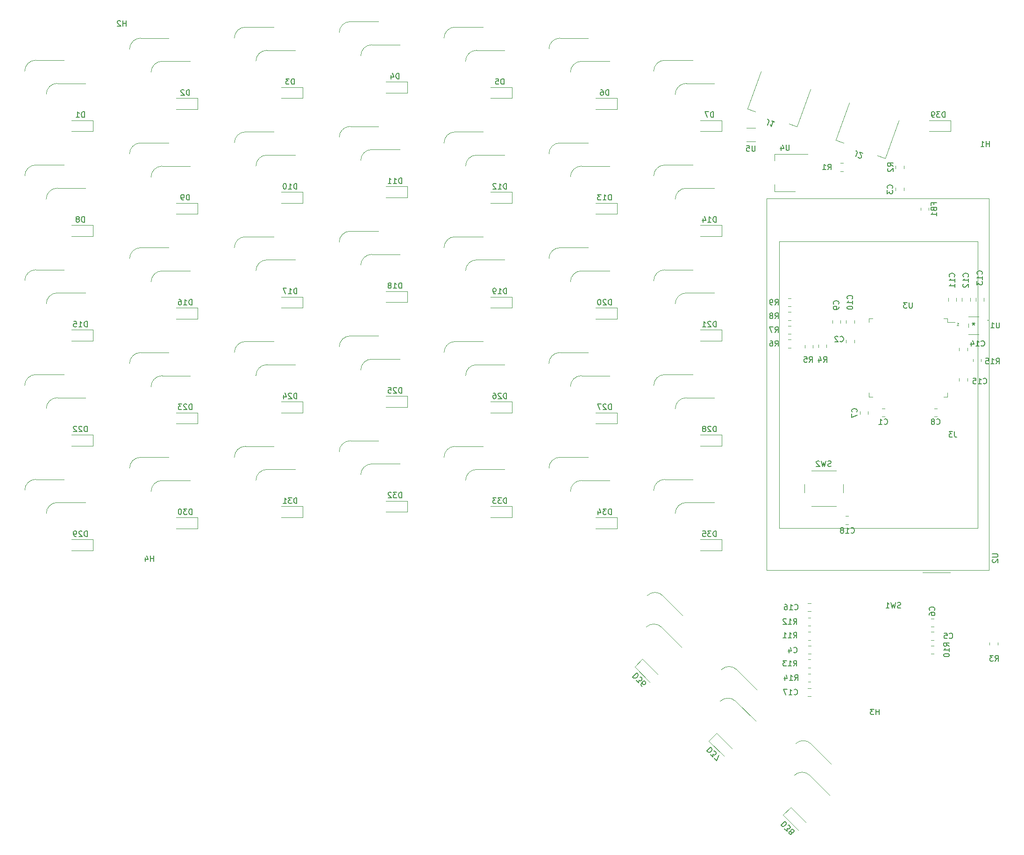
<source format=gbr>
%TF.GenerationSoftware,KiCad,Pcbnew,6.0.7-f9a2dced07~116~ubuntu20.04.1*%
%TF.CreationDate,2022-10-18T12:20:34-04:00*%
%TF.ProjectId,Splitboard-A,53706c69-7462-46f6-9172-642d412e6b69,rev?*%
%TF.SameCoordinates,Original*%
%TF.FileFunction,Legend,Bot*%
%TF.FilePolarity,Positive*%
%FSLAX46Y46*%
G04 Gerber Fmt 4.6, Leading zero omitted, Abs format (unit mm)*
G04 Created by KiCad (PCBNEW 6.0.7-f9a2dced07~116~ubuntu20.04.1) date 2022-10-18 12:20:34*
%MOMM*%
%LPD*%
G01*
G04 APERTURE LIST*
%ADD10C,0.125000*%
%ADD11C,0.150000*%
%ADD12C,0.120000*%
G04 APERTURE END LIST*
D10*
X267857142Y-81226190D02*
X268142857Y-81226190D01*
X268000000Y-81226190D02*
X268000000Y-80726190D01*
X268047619Y-80797619D01*
X268095238Y-80845238D01*
X268142857Y-80869047D01*
D11*
%TO.C,J1*%
X233524224Y-44877031D02*
X233768524Y-44205822D01*
X233772637Y-44055294D01*
X233715716Y-43933226D01*
X233597760Y-43839619D01*
X233508266Y-43807045D01*
X234805937Y-44279359D02*
X234268969Y-44083919D01*
X234537453Y-44181639D02*
X234195433Y-45121331D01*
X234154798Y-44954516D01*
X234097877Y-44832448D01*
X234024669Y-44755128D01*
%TO.C,J3*%
X267433333Y-100452380D02*
X267433333Y-101166666D01*
X267480952Y-101309523D01*
X267576190Y-101404761D01*
X267719047Y-101452380D01*
X267814285Y-101452380D01*
X267052380Y-100452380D02*
X266433333Y-100452380D01*
X266766666Y-100833333D01*
X266623809Y-100833333D01*
X266528571Y-100880952D01*
X266480952Y-100928571D01*
X266433333Y-101023809D01*
X266433333Y-101261904D01*
X266480952Y-101357142D01*
X266528571Y-101404761D01*
X266623809Y-101452380D01*
X266909523Y-101452380D01*
X267004761Y-101404761D01*
X267052380Y-101357142D01*
%TO.C,SW1*%
X257658333Y-132379761D02*
X257515476Y-132427380D01*
X257277380Y-132427380D01*
X257182142Y-132379761D01*
X257134523Y-132332142D01*
X257086904Y-132236904D01*
X257086904Y-132141666D01*
X257134523Y-132046428D01*
X257182142Y-131998809D01*
X257277380Y-131951190D01*
X257467857Y-131903571D01*
X257563095Y-131855952D01*
X257610714Y-131808333D01*
X257658333Y-131713095D01*
X257658333Y-131617857D01*
X257610714Y-131522619D01*
X257563095Y-131475000D01*
X257467857Y-131427380D01*
X257229761Y-131427380D01*
X257086904Y-131475000D01*
X256753571Y-131427380D02*
X256515476Y-132427380D01*
X256325000Y-131713095D01*
X256134523Y-132427380D01*
X255896428Y-131427380D01*
X254991666Y-132427380D02*
X255563095Y-132427380D01*
X255277380Y-132427380D02*
X255277380Y-131427380D01*
X255372619Y-131570238D01*
X255467857Y-131665476D01*
X255563095Y-131713095D01*
%TO.C,C5*%
X266466666Y-137857142D02*
X266514285Y-137904761D01*
X266657142Y-137952380D01*
X266752380Y-137952380D01*
X266895238Y-137904761D01*
X266990476Y-137809523D01*
X267038095Y-137714285D01*
X267085714Y-137523809D01*
X267085714Y-137380952D01*
X267038095Y-137190476D01*
X266990476Y-137095238D01*
X266895238Y-137000000D01*
X266752380Y-136952380D01*
X266657142Y-136952380D01*
X266514285Y-137000000D01*
X266466666Y-137047619D01*
X265561904Y-136952380D02*
X266038095Y-136952380D01*
X266085714Y-137428571D01*
X266038095Y-137380952D01*
X265942857Y-137333333D01*
X265704761Y-137333333D01*
X265609523Y-137380952D01*
X265561904Y-137428571D01*
X265514285Y-137523809D01*
X265514285Y-137761904D01*
X265561904Y-137857142D01*
X265609523Y-137904761D01*
X265704761Y-137952380D01*
X265942857Y-137952380D01*
X266038095Y-137904761D01*
X266085714Y-137857142D01*
%TO.C,R7*%
X234866666Y-82452380D02*
X235200000Y-81976190D01*
X235438095Y-82452380D02*
X235438095Y-81452380D01*
X235057142Y-81452380D01*
X234961904Y-81500000D01*
X234914285Y-81547619D01*
X234866666Y-81642857D01*
X234866666Y-81785714D01*
X234914285Y-81880952D01*
X234961904Y-81928571D01*
X235057142Y-81976190D01*
X235438095Y-81976190D01*
X234533333Y-81452380D02*
X233866666Y-81452380D01*
X234295238Y-82452380D01*
%TO.C,R14*%
X238442857Y-145552380D02*
X238776190Y-145076190D01*
X239014285Y-145552380D02*
X239014285Y-144552380D01*
X238633333Y-144552380D01*
X238538095Y-144600000D01*
X238490476Y-144647619D01*
X238442857Y-144742857D01*
X238442857Y-144885714D01*
X238490476Y-144980952D01*
X238538095Y-145028571D01*
X238633333Y-145076190D01*
X239014285Y-145076190D01*
X237490476Y-145552380D02*
X238061904Y-145552380D01*
X237776190Y-145552380D02*
X237776190Y-144552380D01*
X237871428Y-144695238D01*
X237966666Y-144790476D01*
X238061904Y-144838095D01*
X236633333Y-144885714D02*
X236633333Y-145552380D01*
X236871428Y-144504761D02*
X237109523Y-145219047D01*
X236490476Y-145219047D01*
%TO.C,C10*%
X248857142Y-76357142D02*
X248904761Y-76309523D01*
X248952380Y-76166666D01*
X248952380Y-76071428D01*
X248904761Y-75928571D01*
X248809523Y-75833333D01*
X248714285Y-75785714D01*
X248523809Y-75738095D01*
X248380952Y-75738095D01*
X248190476Y-75785714D01*
X248095238Y-75833333D01*
X248000000Y-75928571D01*
X247952380Y-76071428D01*
X247952380Y-76166666D01*
X248000000Y-76309523D01*
X248047619Y-76357142D01*
X248952380Y-77309523D02*
X248952380Y-76738095D01*
X248952380Y-77023809D02*
X247952380Y-77023809D01*
X248095238Y-76928571D01*
X248190476Y-76833333D01*
X248238095Y-76738095D01*
X247952380Y-77928571D02*
X247952380Y-78023809D01*
X248000000Y-78119047D01*
X248047619Y-78166666D01*
X248142857Y-78214285D01*
X248333333Y-78261904D01*
X248571428Y-78261904D01*
X248761904Y-78214285D01*
X248857142Y-78166666D01*
X248904761Y-78119047D01*
X248952380Y-78023809D01*
X248952380Y-77928571D01*
X248904761Y-77833333D01*
X248857142Y-77785714D01*
X248761904Y-77738095D01*
X248571428Y-77690476D01*
X248333333Y-77690476D01*
X248142857Y-77738095D01*
X248047619Y-77785714D01*
X248000000Y-77833333D01*
X247952380Y-77928571D01*
%TO.C,C8*%
X264166666Y-99037142D02*
X264214285Y-99084761D01*
X264357142Y-99132380D01*
X264452380Y-99132380D01*
X264595238Y-99084761D01*
X264690476Y-98989523D01*
X264738095Y-98894285D01*
X264785714Y-98703809D01*
X264785714Y-98560952D01*
X264738095Y-98370476D01*
X264690476Y-98275238D01*
X264595238Y-98180000D01*
X264452380Y-98132380D01*
X264357142Y-98132380D01*
X264214285Y-98180000D01*
X264166666Y-98227619D01*
X263595238Y-98560952D02*
X263690476Y-98513333D01*
X263738095Y-98465714D01*
X263785714Y-98370476D01*
X263785714Y-98322857D01*
X263738095Y-98227619D01*
X263690476Y-98180000D01*
X263595238Y-98132380D01*
X263404761Y-98132380D01*
X263309523Y-98180000D01*
X263261904Y-98227619D01*
X263214285Y-98322857D01*
X263214285Y-98370476D01*
X263261904Y-98465714D01*
X263309523Y-98513333D01*
X263404761Y-98560952D01*
X263595238Y-98560952D01*
X263690476Y-98608571D01*
X263738095Y-98656190D01*
X263785714Y-98751428D01*
X263785714Y-98941904D01*
X263738095Y-99037142D01*
X263690476Y-99084761D01*
X263595238Y-99132380D01*
X263404761Y-99132380D01*
X263309523Y-99084761D01*
X263261904Y-99037142D01*
X263214285Y-98941904D01*
X263214285Y-98751428D01*
X263261904Y-98656190D01*
X263309523Y-98608571D01*
X263404761Y-98560952D01*
%TO.C,SW2*%
X245033333Y-106704761D02*
X244890476Y-106752380D01*
X244652380Y-106752380D01*
X244557142Y-106704761D01*
X244509523Y-106657142D01*
X244461904Y-106561904D01*
X244461904Y-106466666D01*
X244509523Y-106371428D01*
X244557142Y-106323809D01*
X244652380Y-106276190D01*
X244842857Y-106228571D01*
X244938095Y-106180952D01*
X244985714Y-106133333D01*
X245033333Y-106038095D01*
X245033333Y-105942857D01*
X244985714Y-105847619D01*
X244938095Y-105800000D01*
X244842857Y-105752380D01*
X244604761Y-105752380D01*
X244461904Y-105800000D01*
X244128571Y-105752380D02*
X243890476Y-106752380D01*
X243700000Y-106038095D01*
X243509523Y-106752380D01*
X243271428Y-105752380D01*
X242938095Y-105847619D02*
X242890476Y-105800000D01*
X242795238Y-105752380D01*
X242557142Y-105752380D01*
X242461904Y-105800000D01*
X242414285Y-105847619D01*
X242366666Y-105942857D01*
X242366666Y-106038095D01*
X242414285Y-106180952D01*
X242985714Y-106752380D01*
X242366666Y-106752380D01*
%TO.C,C1*%
X254666666Y-99037142D02*
X254714285Y-99084761D01*
X254857142Y-99132380D01*
X254952380Y-99132380D01*
X255095238Y-99084761D01*
X255190476Y-98989523D01*
X255238095Y-98894285D01*
X255285714Y-98703809D01*
X255285714Y-98560952D01*
X255238095Y-98370476D01*
X255190476Y-98275238D01*
X255095238Y-98180000D01*
X254952380Y-98132380D01*
X254857142Y-98132380D01*
X254714285Y-98180000D01*
X254666666Y-98227619D01*
X253714285Y-99132380D02*
X254285714Y-99132380D01*
X254000000Y-99132380D02*
X254000000Y-98132380D01*
X254095238Y-98275238D01*
X254190476Y-98370476D01*
X254285714Y-98418095D01*
%TO.C,D22*%
X110214285Y-100452380D02*
X110214285Y-99452380D01*
X109976190Y-99452380D01*
X109833333Y-99500000D01*
X109738095Y-99595238D01*
X109690476Y-99690476D01*
X109642857Y-99880952D01*
X109642857Y-100023809D01*
X109690476Y-100214285D01*
X109738095Y-100309523D01*
X109833333Y-100404761D01*
X109976190Y-100452380D01*
X110214285Y-100452380D01*
X109261904Y-99547619D02*
X109214285Y-99500000D01*
X109119047Y-99452380D01*
X108880952Y-99452380D01*
X108785714Y-99500000D01*
X108738095Y-99547619D01*
X108690476Y-99642857D01*
X108690476Y-99738095D01*
X108738095Y-99880952D01*
X109309523Y-100452380D01*
X108690476Y-100452380D01*
X108309523Y-99547619D02*
X108261904Y-99500000D01*
X108166666Y-99452380D01*
X107928571Y-99452380D01*
X107833333Y-99500000D01*
X107785714Y-99547619D01*
X107738095Y-99642857D01*
X107738095Y-99738095D01*
X107785714Y-99880952D01*
X108357142Y-100452380D01*
X107738095Y-100452380D01*
%TO.C,R2*%
X256302380Y-52333333D02*
X255826190Y-52000000D01*
X256302380Y-51761904D02*
X255302380Y-51761904D01*
X255302380Y-52142857D01*
X255350000Y-52238095D01*
X255397619Y-52285714D01*
X255492857Y-52333333D01*
X255635714Y-52333333D01*
X255730952Y-52285714D01*
X255778571Y-52238095D01*
X255826190Y-52142857D01*
X255826190Y-51761904D01*
X255397619Y-52714285D02*
X255350000Y-52761904D01*
X255302380Y-52857142D01*
X255302380Y-53095238D01*
X255350000Y-53190476D01*
X255397619Y-53238095D01*
X255492857Y-53285714D01*
X255588095Y-53285714D01*
X255730952Y-53238095D01*
X256302380Y-52666666D01*
X256302380Y-53285714D01*
%TO.C,H1*%
X273761904Y-48752380D02*
X273761904Y-47752380D01*
X273761904Y-48228571D02*
X273190476Y-48228571D01*
X273190476Y-48752380D02*
X273190476Y-47752380D01*
X272190476Y-48752380D02*
X272761904Y-48752380D01*
X272476190Y-48752380D02*
X272476190Y-47752380D01*
X272571428Y-47895238D01*
X272666666Y-47990476D01*
X272761904Y-48038095D01*
%TO.C,C9*%
X246357142Y-77333333D02*
X246404761Y-77285714D01*
X246452380Y-77142857D01*
X246452380Y-77047619D01*
X246404761Y-76904761D01*
X246309523Y-76809523D01*
X246214285Y-76761904D01*
X246023809Y-76714285D01*
X245880952Y-76714285D01*
X245690476Y-76761904D01*
X245595238Y-76809523D01*
X245500000Y-76904761D01*
X245452380Y-77047619D01*
X245452380Y-77142857D01*
X245500000Y-77285714D01*
X245547619Y-77333333D01*
X246452380Y-77809523D02*
X246452380Y-78000000D01*
X246404761Y-78095238D01*
X246357142Y-78142857D01*
X246214285Y-78238095D01*
X246023809Y-78285714D01*
X245642857Y-78285714D01*
X245547619Y-78238095D01*
X245500000Y-78190476D01*
X245452380Y-78095238D01*
X245452380Y-77904761D01*
X245500000Y-77809523D01*
X245547619Y-77761904D01*
X245642857Y-77714285D01*
X245880952Y-77714285D01*
X245976190Y-77761904D01*
X246023809Y-77809523D01*
X246071428Y-77904761D01*
X246071428Y-78095238D01*
X246023809Y-78190476D01*
X245976190Y-78238095D01*
X245880952Y-78285714D01*
%TO.C,D19*%
X186214285Y-75452380D02*
X186214285Y-74452380D01*
X185976190Y-74452380D01*
X185833333Y-74500000D01*
X185738095Y-74595238D01*
X185690476Y-74690476D01*
X185642857Y-74880952D01*
X185642857Y-75023809D01*
X185690476Y-75214285D01*
X185738095Y-75309523D01*
X185833333Y-75404761D01*
X185976190Y-75452380D01*
X186214285Y-75452380D01*
X184690476Y-75452380D02*
X185261904Y-75452380D01*
X184976190Y-75452380D02*
X184976190Y-74452380D01*
X185071428Y-74595238D01*
X185166666Y-74690476D01*
X185261904Y-74738095D01*
X184214285Y-75452380D02*
X184023809Y-75452380D01*
X183928571Y-75404761D01*
X183880952Y-75357142D01*
X183785714Y-75214285D01*
X183738095Y-75023809D01*
X183738095Y-74642857D01*
X183785714Y-74547619D01*
X183833333Y-74500000D01*
X183928571Y-74452380D01*
X184119047Y-74452380D01*
X184214285Y-74500000D01*
X184261904Y-74547619D01*
X184309523Y-74642857D01*
X184309523Y-74880952D01*
X184261904Y-74976190D01*
X184214285Y-75023809D01*
X184119047Y-75071428D01*
X183928571Y-75071428D01*
X183833333Y-75023809D01*
X183785714Y-74976190D01*
X183738095Y-74880952D01*
%TO.C,C12*%
X269857142Y-72357142D02*
X269904761Y-72309523D01*
X269952380Y-72166666D01*
X269952380Y-72071428D01*
X269904761Y-71928571D01*
X269809523Y-71833333D01*
X269714285Y-71785714D01*
X269523809Y-71738095D01*
X269380952Y-71738095D01*
X269190476Y-71785714D01*
X269095238Y-71833333D01*
X269000000Y-71928571D01*
X268952380Y-72071428D01*
X268952380Y-72166666D01*
X269000000Y-72309523D01*
X269047619Y-72357142D01*
X269952380Y-73309523D02*
X269952380Y-72738095D01*
X269952380Y-73023809D02*
X268952380Y-73023809D01*
X269095238Y-72928571D01*
X269190476Y-72833333D01*
X269238095Y-72738095D01*
X269047619Y-73690476D02*
X269000000Y-73738095D01*
X268952380Y-73833333D01*
X268952380Y-74071428D01*
X269000000Y-74166666D01*
X269047619Y-74214285D01*
X269142857Y-74261904D01*
X269238095Y-74261904D01*
X269380952Y-74214285D01*
X269952380Y-73642857D01*
X269952380Y-74261904D01*
%TO.C,U2*%
X274292380Y-122605595D02*
X275101904Y-122605595D01*
X275197142Y-122653214D01*
X275244761Y-122700833D01*
X275292380Y-122796071D01*
X275292380Y-122986547D01*
X275244761Y-123081785D01*
X275197142Y-123129404D01*
X275101904Y-123177023D01*
X274292380Y-123177023D01*
X274387619Y-123605595D02*
X274340000Y-123653214D01*
X274292380Y-123748452D01*
X274292380Y-123986547D01*
X274340000Y-124081785D01*
X274387619Y-124129404D01*
X274482857Y-124177023D01*
X274578095Y-124177023D01*
X274720952Y-124129404D01*
X275292380Y-123557976D01*
X275292380Y-124177023D01*
%TO.C,C3*%
X256107142Y-56333333D02*
X256154761Y-56285714D01*
X256202380Y-56142857D01*
X256202380Y-56047619D01*
X256154761Y-55904761D01*
X256059523Y-55809523D01*
X255964285Y-55761904D01*
X255773809Y-55714285D01*
X255630952Y-55714285D01*
X255440476Y-55761904D01*
X255345238Y-55809523D01*
X255250000Y-55904761D01*
X255202380Y-56047619D01*
X255202380Y-56142857D01*
X255250000Y-56285714D01*
X255297619Y-56333333D01*
X255202380Y-56666666D02*
X255202380Y-57285714D01*
X255583333Y-56952380D01*
X255583333Y-57095238D01*
X255630952Y-57190476D01*
X255678571Y-57238095D01*
X255773809Y-57285714D01*
X256011904Y-57285714D01*
X256107142Y-57238095D01*
X256154761Y-57190476D01*
X256202380Y-57095238D01*
X256202380Y-56809523D01*
X256154761Y-56714285D01*
X256107142Y-56666666D01*
%TO.C,D9*%
X128738095Y-58452380D02*
X128738095Y-57452380D01*
X128500000Y-57452380D01*
X128357142Y-57500000D01*
X128261904Y-57595238D01*
X128214285Y-57690476D01*
X128166666Y-57880952D01*
X128166666Y-58023809D01*
X128214285Y-58214285D01*
X128261904Y-58309523D01*
X128357142Y-58404761D01*
X128500000Y-58452380D01*
X128738095Y-58452380D01*
X127690476Y-58452380D02*
X127500000Y-58452380D01*
X127404761Y-58404761D01*
X127357142Y-58357142D01*
X127261904Y-58214285D01*
X127214285Y-58023809D01*
X127214285Y-57642857D01*
X127261904Y-57547619D01*
X127309523Y-57500000D01*
X127404761Y-57452380D01*
X127595238Y-57452380D01*
X127690476Y-57500000D01*
X127738095Y-57547619D01*
X127785714Y-57642857D01*
X127785714Y-57880952D01*
X127738095Y-57976190D01*
X127690476Y-58023809D01*
X127595238Y-58071428D01*
X127404761Y-58071428D01*
X127309523Y-58023809D01*
X127261904Y-57976190D01*
X127214285Y-57880952D01*
%TO.C,D13*%
X205214285Y-58452380D02*
X205214285Y-57452380D01*
X204976190Y-57452380D01*
X204833333Y-57500000D01*
X204738095Y-57595238D01*
X204690476Y-57690476D01*
X204642857Y-57880952D01*
X204642857Y-58023809D01*
X204690476Y-58214285D01*
X204738095Y-58309523D01*
X204833333Y-58404761D01*
X204976190Y-58452380D01*
X205214285Y-58452380D01*
X203690476Y-58452380D02*
X204261904Y-58452380D01*
X203976190Y-58452380D02*
X203976190Y-57452380D01*
X204071428Y-57595238D01*
X204166666Y-57690476D01*
X204261904Y-57738095D01*
X203357142Y-57452380D02*
X202738095Y-57452380D01*
X203071428Y-57833333D01*
X202928571Y-57833333D01*
X202833333Y-57880952D01*
X202785714Y-57928571D01*
X202738095Y-58023809D01*
X202738095Y-58261904D01*
X202785714Y-58357142D01*
X202833333Y-58404761D01*
X202928571Y-58452380D01*
X203214285Y-58452380D01*
X203309523Y-58404761D01*
X203357142Y-58357142D01*
%TO.C,D10*%
X148214285Y-56452380D02*
X148214285Y-55452380D01*
X147976190Y-55452380D01*
X147833333Y-55500000D01*
X147738095Y-55595238D01*
X147690476Y-55690476D01*
X147642857Y-55880952D01*
X147642857Y-56023809D01*
X147690476Y-56214285D01*
X147738095Y-56309523D01*
X147833333Y-56404761D01*
X147976190Y-56452380D01*
X148214285Y-56452380D01*
X146690476Y-56452380D02*
X147261904Y-56452380D01*
X146976190Y-56452380D02*
X146976190Y-55452380D01*
X147071428Y-55595238D01*
X147166666Y-55690476D01*
X147261904Y-55738095D01*
X146071428Y-55452380D02*
X145976190Y-55452380D01*
X145880952Y-55500000D01*
X145833333Y-55547619D01*
X145785714Y-55642857D01*
X145738095Y-55833333D01*
X145738095Y-56071428D01*
X145785714Y-56261904D01*
X145833333Y-56357142D01*
X145880952Y-56404761D01*
X145976190Y-56452380D01*
X146071428Y-56452380D01*
X146166666Y-56404761D01*
X146214285Y-56357142D01*
X146261904Y-56261904D01*
X146309523Y-56071428D01*
X146309523Y-55833333D01*
X146261904Y-55642857D01*
X146214285Y-55547619D01*
X146166666Y-55500000D01*
X146071428Y-55452380D01*
%TO.C,D12*%
X186214285Y-56452380D02*
X186214285Y-55452380D01*
X185976190Y-55452380D01*
X185833333Y-55500000D01*
X185738095Y-55595238D01*
X185690476Y-55690476D01*
X185642857Y-55880952D01*
X185642857Y-56023809D01*
X185690476Y-56214285D01*
X185738095Y-56309523D01*
X185833333Y-56404761D01*
X185976190Y-56452380D01*
X186214285Y-56452380D01*
X184690476Y-56452380D02*
X185261904Y-56452380D01*
X184976190Y-56452380D02*
X184976190Y-55452380D01*
X185071428Y-55595238D01*
X185166666Y-55690476D01*
X185261904Y-55738095D01*
X184309523Y-55547619D02*
X184261904Y-55500000D01*
X184166666Y-55452380D01*
X183928571Y-55452380D01*
X183833333Y-55500000D01*
X183785714Y-55547619D01*
X183738095Y-55642857D01*
X183738095Y-55738095D01*
X183785714Y-55880952D01*
X184357142Y-56452380D01*
X183738095Y-56452380D01*
%TO.C,D16*%
X129214285Y-77452380D02*
X129214285Y-76452380D01*
X128976190Y-76452380D01*
X128833333Y-76500000D01*
X128738095Y-76595238D01*
X128690476Y-76690476D01*
X128642857Y-76880952D01*
X128642857Y-77023809D01*
X128690476Y-77214285D01*
X128738095Y-77309523D01*
X128833333Y-77404761D01*
X128976190Y-77452380D01*
X129214285Y-77452380D01*
X127690476Y-77452380D02*
X128261904Y-77452380D01*
X127976190Y-77452380D02*
X127976190Y-76452380D01*
X128071428Y-76595238D01*
X128166666Y-76690476D01*
X128261904Y-76738095D01*
X126833333Y-76452380D02*
X127023809Y-76452380D01*
X127119047Y-76500000D01*
X127166666Y-76547619D01*
X127261904Y-76690476D01*
X127309523Y-76880952D01*
X127309523Y-77261904D01*
X127261904Y-77357142D01*
X127214285Y-77404761D01*
X127119047Y-77452380D01*
X126928571Y-77452380D01*
X126833333Y-77404761D01*
X126785714Y-77357142D01*
X126738095Y-77261904D01*
X126738095Y-77023809D01*
X126785714Y-76928571D01*
X126833333Y-76880952D01*
X126928571Y-76833333D01*
X127119047Y-76833333D01*
X127214285Y-76880952D01*
X127261904Y-76928571D01*
X127309523Y-77023809D01*
%TO.C,D15*%
X110214285Y-81452380D02*
X110214285Y-80452380D01*
X109976190Y-80452380D01*
X109833333Y-80500000D01*
X109738095Y-80595238D01*
X109690476Y-80690476D01*
X109642857Y-80880952D01*
X109642857Y-81023809D01*
X109690476Y-81214285D01*
X109738095Y-81309523D01*
X109833333Y-81404761D01*
X109976190Y-81452380D01*
X110214285Y-81452380D01*
X108690476Y-81452380D02*
X109261904Y-81452380D01*
X108976190Y-81452380D02*
X108976190Y-80452380D01*
X109071428Y-80595238D01*
X109166666Y-80690476D01*
X109261904Y-80738095D01*
X107785714Y-80452380D02*
X108261904Y-80452380D01*
X108309523Y-80928571D01*
X108261904Y-80880952D01*
X108166666Y-80833333D01*
X107928571Y-80833333D01*
X107833333Y-80880952D01*
X107785714Y-80928571D01*
X107738095Y-81023809D01*
X107738095Y-81261904D01*
X107785714Y-81357142D01*
X107833333Y-81404761D01*
X107928571Y-81452380D01*
X108166666Y-81452380D01*
X108261904Y-81404761D01*
X108309523Y-81357142D01*
%TO.C,R4*%
X243666666Y-87852380D02*
X244000000Y-87376190D01*
X244238095Y-87852380D02*
X244238095Y-86852380D01*
X243857142Y-86852380D01*
X243761904Y-86900000D01*
X243714285Y-86947619D01*
X243666666Y-87042857D01*
X243666666Y-87185714D01*
X243714285Y-87280952D01*
X243761904Y-87328571D01*
X243857142Y-87376190D01*
X244238095Y-87376190D01*
X242809523Y-87185714D02*
X242809523Y-87852380D01*
X243047619Y-86804761D02*
X243285714Y-87519047D01*
X242666666Y-87519047D01*
%TO.C,R11*%
X238242857Y-137852380D02*
X238576190Y-137376190D01*
X238814285Y-137852380D02*
X238814285Y-136852380D01*
X238433333Y-136852380D01*
X238338095Y-136900000D01*
X238290476Y-136947619D01*
X238242857Y-137042857D01*
X238242857Y-137185714D01*
X238290476Y-137280952D01*
X238338095Y-137328571D01*
X238433333Y-137376190D01*
X238814285Y-137376190D01*
X237290476Y-137852380D02*
X237861904Y-137852380D01*
X237576190Y-137852380D02*
X237576190Y-136852380D01*
X237671428Y-136995238D01*
X237766666Y-137090476D01*
X237861904Y-137138095D01*
X236338095Y-137852380D02*
X236909523Y-137852380D01*
X236623809Y-137852380D02*
X236623809Y-136852380D01*
X236719047Y-136995238D01*
X236814285Y-137090476D01*
X236909523Y-137138095D01*
%TO.C,D37*%
X223239451Y-157651138D02*
X222532345Y-158358245D01*
X222700703Y-158526604D01*
X222835390Y-158593947D01*
X222970077Y-158593947D01*
X223071093Y-158560275D01*
X223239451Y-158459260D01*
X223340467Y-158358245D01*
X223441482Y-158189886D01*
X223475154Y-158088871D01*
X223475154Y-157954184D01*
X223407810Y-157819497D01*
X223239451Y-157651138D01*
X223172108Y-158998008D02*
X223609841Y-159435741D01*
X223643512Y-158930665D01*
X223744528Y-159031680D01*
X223845543Y-159065352D01*
X223912887Y-159065352D01*
X224013902Y-159031680D01*
X224182261Y-158863321D01*
X224215932Y-158762306D01*
X224215932Y-158694962D01*
X224182261Y-158593947D01*
X223980230Y-158391917D01*
X223879215Y-158358245D01*
X223811871Y-158358245D01*
X223845543Y-159671443D02*
X224316948Y-160142848D01*
X224721009Y-159132695D01*
%TO.C,D11*%
X167214285Y-55452380D02*
X167214285Y-54452380D01*
X166976190Y-54452380D01*
X166833333Y-54500000D01*
X166738095Y-54595238D01*
X166690476Y-54690476D01*
X166642857Y-54880952D01*
X166642857Y-55023809D01*
X166690476Y-55214285D01*
X166738095Y-55309523D01*
X166833333Y-55404761D01*
X166976190Y-55452380D01*
X167214285Y-55452380D01*
X165690476Y-55452380D02*
X166261904Y-55452380D01*
X165976190Y-55452380D02*
X165976190Y-54452380D01*
X166071428Y-54595238D01*
X166166666Y-54690476D01*
X166261904Y-54738095D01*
X164738095Y-55452380D02*
X165309523Y-55452380D01*
X165023809Y-55452380D02*
X165023809Y-54452380D01*
X165119047Y-54595238D01*
X165214285Y-54690476D01*
X165309523Y-54738095D01*
%TO.C,R15*%
X274942857Y-88152380D02*
X275276190Y-87676190D01*
X275514285Y-88152380D02*
X275514285Y-87152380D01*
X275133333Y-87152380D01*
X275038095Y-87200000D01*
X274990476Y-87247619D01*
X274942857Y-87342857D01*
X274942857Y-87485714D01*
X274990476Y-87580952D01*
X275038095Y-87628571D01*
X275133333Y-87676190D01*
X275514285Y-87676190D01*
X273990476Y-88152380D02*
X274561904Y-88152380D01*
X274276190Y-88152380D02*
X274276190Y-87152380D01*
X274371428Y-87295238D01*
X274466666Y-87390476D01*
X274561904Y-87438095D01*
X273085714Y-87152380D02*
X273561904Y-87152380D01*
X273609523Y-87628571D01*
X273561904Y-87580952D01*
X273466666Y-87533333D01*
X273228571Y-87533333D01*
X273133333Y-87580952D01*
X273085714Y-87628571D01*
X273038095Y-87723809D01*
X273038095Y-87961904D01*
X273085714Y-88057142D01*
X273133333Y-88104761D01*
X273228571Y-88152380D01*
X273466666Y-88152380D01*
X273561904Y-88104761D01*
X273609523Y-88057142D01*
%TO.C,D2*%
X128738095Y-39452380D02*
X128738095Y-38452380D01*
X128500000Y-38452380D01*
X128357142Y-38500000D01*
X128261904Y-38595238D01*
X128214285Y-38690476D01*
X128166666Y-38880952D01*
X128166666Y-39023809D01*
X128214285Y-39214285D01*
X128261904Y-39309523D01*
X128357142Y-39404761D01*
X128500000Y-39452380D01*
X128738095Y-39452380D01*
X127785714Y-38547619D02*
X127738095Y-38500000D01*
X127642857Y-38452380D01*
X127404761Y-38452380D01*
X127309523Y-38500000D01*
X127261904Y-38547619D01*
X127214285Y-38642857D01*
X127214285Y-38738095D01*
X127261904Y-38880952D01*
X127833333Y-39452380D01*
X127214285Y-39452380D01*
%TO.C,C13*%
X272357142Y-71907142D02*
X272404761Y-71859523D01*
X272452380Y-71716666D01*
X272452380Y-71621428D01*
X272404761Y-71478571D01*
X272309523Y-71383333D01*
X272214285Y-71335714D01*
X272023809Y-71288095D01*
X271880952Y-71288095D01*
X271690476Y-71335714D01*
X271595238Y-71383333D01*
X271500000Y-71478571D01*
X271452380Y-71621428D01*
X271452380Y-71716666D01*
X271500000Y-71859523D01*
X271547619Y-71907142D01*
X272452380Y-72859523D02*
X272452380Y-72288095D01*
X272452380Y-72573809D02*
X271452380Y-72573809D01*
X271595238Y-72478571D01*
X271690476Y-72383333D01*
X271738095Y-72288095D01*
X271452380Y-73192857D02*
X271452380Y-73811904D01*
X271833333Y-73478571D01*
X271833333Y-73621428D01*
X271880952Y-73716666D01*
X271928571Y-73764285D01*
X272023809Y-73811904D01*
X272261904Y-73811904D01*
X272357142Y-73764285D01*
X272404761Y-73716666D01*
X272452380Y-73621428D01*
X272452380Y-73335714D01*
X272404761Y-73240476D01*
X272357142Y-73192857D01*
%TO.C,C6*%
X263757142Y-132833333D02*
X263804761Y-132785714D01*
X263852380Y-132642857D01*
X263852380Y-132547619D01*
X263804761Y-132404761D01*
X263709523Y-132309523D01*
X263614285Y-132261904D01*
X263423809Y-132214285D01*
X263280952Y-132214285D01*
X263090476Y-132261904D01*
X262995238Y-132309523D01*
X262900000Y-132404761D01*
X262852380Y-132547619D01*
X262852380Y-132642857D01*
X262900000Y-132785714D01*
X262947619Y-132833333D01*
X262852380Y-133690476D02*
X262852380Y-133500000D01*
X262900000Y-133404761D01*
X262947619Y-133357142D01*
X263090476Y-133261904D01*
X263280952Y-133214285D01*
X263661904Y-133214285D01*
X263757142Y-133261904D01*
X263804761Y-133309523D01*
X263852380Y-133404761D01*
X263852380Y-133595238D01*
X263804761Y-133690476D01*
X263757142Y-133738095D01*
X263661904Y-133785714D01*
X263423809Y-133785714D01*
X263328571Y-133738095D01*
X263280952Y-133690476D01*
X263233333Y-133595238D01*
X263233333Y-133404761D01*
X263280952Y-133309523D01*
X263328571Y-133261904D01*
X263423809Y-133214285D01*
%TO.C,R9*%
X234866666Y-77452380D02*
X235200000Y-76976190D01*
X235438095Y-77452380D02*
X235438095Y-76452380D01*
X235057142Y-76452380D01*
X234961904Y-76500000D01*
X234914285Y-76547619D01*
X234866666Y-76642857D01*
X234866666Y-76785714D01*
X234914285Y-76880952D01*
X234961904Y-76928571D01*
X235057142Y-76976190D01*
X235438095Y-76976190D01*
X234390476Y-77452380D02*
X234200000Y-77452380D01*
X234104761Y-77404761D01*
X234057142Y-77357142D01*
X233961904Y-77214285D01*
X233914285Y-77023809D01*
X233914285Y-76642857D01*
X233961904Y-76547619D01*
X234009523Y-76500000D01*
X234104761Y-76452380D01*
X234295238Y-76452380D01*
X234390476Y-76500000D01*
X234438095Y-76547619D01*
X234485714Y-76642857D01*
X234485714Y-76880952D01*
X234438095Y-76976190D01*
X234390476Y-77023809D01*
X234295238Y-77071428D01*
X234104761Y-77071428D01*
X234009523Y-77023809D01*
X233961904Y-76976190D01*
X233914285Y-76880952D01*
%TO.C,D14*%
X224214285Y-62452380D02*
X224214285Y-61452380D01*
X223976190Y-61452380D01*
X223833333Y-61500000D01*
X223738095Y-61595238D01*
X223690476Y-61690476D01*
X223642857Y-61880952D01*
X223642857Y-62023809D01*
X223690476Y-62214285D01*
X223738095Y-62309523D01*
X223833333Y-62404761D01*
X223976190Y-62452380D01*
X224214285Y-62452380D01*
X222690476Y-62452380D02*
X223261904Y-62452380D01*
X222976190Y-62452380D02*
X222976190Y-61452380D01*
X223071428Y-61595238D01*
X223166666Y-61690476D01*
X223261904Y-61738095D01*
X221833333Y-61785714D02*
X221833333Y-62452380D01*
X222071428Y-61404761D02*
X222309523Y-62119047D01*
X221690476Y-62119047D01*
%TO.C,C4*%
X238266666Y-140457142D02*
X238314285Y-140504761D01*
X238457142Y-140552380D01*
X238552380Y-140552380D01*
X238695238Y-140504761D01*
X238790476Y-140409523D01*
X238838095Y-140314285D01*
X238885714Y-140123809D01*
X238885714Y-139980952D01*
X238838095Y-139790476D01*
X238790476Y-139695238D01*
X238695238Y-139600000D01*
X238552380Y-139552380D01*
X238457142Y-139552380D01*
X238314285Y-139600000D01*
X238266666Y-139647619D01*
X237409523Y-139885714D02*
X237409523Y-140552380D01*
X237647619Y-139504761D02*
X237885714Y-140219047D01*
X237266666Y-140219047D01*
%TO.C,U4*%
X237461904Y-48452380D02*
X237461904Y-49261904D01*
X237414285Y-49357142D01*
X237366666Y-49404761D01*
X237271428Y-49452380D01*
X237080952Y-49452380D01*
X236985714Y-49404761D01*
X236938095Y-49357142D01*
X236890476Y-49261904D01*
X236890476Y-48452380D01*
X235985714Y-48785714D02*
X235985714Y-49452380D01*
X236223809Y-48404761D02*
X236461904Y-49119047D01*
X235842857Y-49119047D01*
%TO.C,D17*%
X148214285Y-75452380D02*
X148214285Y-74452380D01*
X147976190Y-74452380D01*
X147833333Y-74500000D01*
X147738095Y-74595238D01*
X147690476Y-74690476D01*
X147642857Y-74880952D01*
X147642857Y-75023809D01*
X147690476Y-75214285D01*
X147738095Y-75309523D01*
X147833333Y-75404761D01*
X147976190Y-75452380D01*
X148214285Y-75452380D01*
X146690476Y-75452380D02*
X147261904Y-75452380D01*
X146976190Y-75452380D02*
X146976190Y-74452380D01*
X147071428Y-74595238D01*
X147166666Y-74690476D01*
X147261904Y-74738095D01*
X146357142Y-74452380D02*
X145690476Y-74452380D01*
X146119047Y-75452380D01*
%TO.C,C16*%
X238442857Y-132657142D02*
X238490476Y-132704761D01*
X238633333Y-132752380D01*
X238728571Y-132752380D01*
X238871428Y-132704761D01*
X238966666Y-132609523D01*
X239014285Y-132514285D01*
X239061904Y-132323809D01*
X239061904Y-132180952D01*
X239014285Y-131990476D01*
X238966666Y-131895238D01*
X238871428Y-131800000D01*
X238728571Y-131752380D01*
X238633333Y-131752380D01*
X238490476Y-131800000D01*
X238442857Y-131847619D01*
X237490476Y-132752380D02*
X238061904Y-132752380D01*
X237776190Y-132752380D02*
X237776190Y-131752380D01*
X237871428Y-131895238D01*
X237966666Y-131990476D01*
X238061904Y-132038095D01*
X236633333Y-131752380D02*
X236823809Y-131752380D01*
X236919047Y-131800000D01*
X236966666Y-131847619D01*
X237061904Y-131990476D01*
X237109523Y-132180952D01*
X237109523Y-132561904D01*
X237061904Y-132657142D01*
X237014285Y-132704761D01*
X236919047Y-132752380D01*
X236728571Y-132752380D01*
X236633333Y-132704761D01*
X236585714Y-132657142D01*
X236538095Y-132561904D01*
X236538095Y-132323809D01*
X236585714Y-132228571D01*
X236633333Y-132180952D01*
X236728571Y-132133333D01*
X236919047Y-132133333D01*
X237014285Y-132180952D01*
X237061904Y-132228571D01*
X237109523Y-132323809D01*
%TO.C,D23*%
X129214285Y-96452380D02*
X129214285Y-95452380D01*
X128976190Y-95452380D01*
X128833333Y-95500000D01*
X128738095Y-95595238D01*
X128690476Y-95690476D01*
X128642857Y-95880952D01*
X128642857Y-96023809D01*
X128690476Y-96214285D01*
X128738095Y-96309523D01*
X128833333Y-96404761D01*
X128976190Y-96452380D01*
X129214285Y-96452380D01*
X128261904Y-95547619D02*
X128214285Y-95500000D01*
X128119047Y-95452380D01*
X127880952Y-95452380D01*
X127785714Y-95500000D01*
X127738095Y-95547619D01*
X127690476Y-95642857D01*
X127690476Y-95738095D01*
X127738095Y-95880952D01*
X128309523Y-96452380D01*
X127690476Y-96452380D01*
X127357142Y-95452380D02*
X126738095Y-95452380D01*
X127071428Y-95833333D01*
X126928571Y-95833333D01*
X126833333Y-95880952D01*
X126785714Y-95928571D01*
X126738095Y-96023809D01*
X126738095Y-96261904D01*
X126785714Y-96357142D01*
X126833333Y-96404761D01*
X126928571Y-96452380D01*
X127214285Y-96452380D01*
X127309523Y-96404761D01*
X127357142Y-96357142D01*
%TO.C,D3*%
X147738095Y-37452380D02*
X147738095Y-36452380D01*
X147500000Y-36452380D01*
X147357142Y-36500000D01*
X147261904Y-36595238D01*
X147214285Y-36690476D01*
X147166666Y-36880952D01*
X147166666Y-37023809D01*
X147214285Y-37214285D01*
X147261904Y-37309523D01*
X147357142Y-37404761D01*
X147500000Y-37452380D01*
X147738095Y-37452380D01*
X146833333Y-36452380D02*
X146214285Y-36452380D01*
X146547619Y-36833333D01*
X146404761Y-36833333D01*
X146309523Y-36880952D01*
X146261904Y-36928571D01*
X146214285Y-37023809D01*
X146214285Y-37261904D01*
X146261904Y-37357142D01*
X146309523Y-37404761D01*
X146404761Y-37452380D01*
X146690476Y-37452380D01*
X146785714Y-37404761D01*
X146833333Y-37357142D01*
%TO.C,D34*%
X205214285Y-115452380D02*
X205214285Y-114452380D01*
X204976190Y-114452380D01*
X204833333Y-114500000D01*
X204738095Y-114595238D01*
X204690476Y-114690476D01*
X204642857Y-114880952D01*
X204642857Y-115023809D01*
X204690476Y-115214285D01*
X204738095Y-115309523D01*
X204833333Y-115404761D01*
X204976190Y-115452380D01*
X205214285Y-115452380D01*
X204309523Y-114452380D02*
X203690476Y-114452380D01*
X204023809Y-114833333D01*
X203880952Y-114833333D01*
X203785714Y-114880952D01*
X203738095Y-114928571D01*
X203690476Y-115023809D01*
X203690476Y-115261904D01*
X203738095Y-115357142D01*
X203785714Y-115404761D01*
X203880952Y-115452380D01*
X204166666Y-115452380D01*
X204261904Y-115404761D01*
X204309523Y-115357142D01*
X202833333Y-114785714D02*
X202833333Y-115452380D01*
X203071428Y-114404761D02*
X203309523Y-115119047D01*
X202690476Y-115119047D01*
%TO.C,C7*%
X249677142Y-96883333D02*
X249724761Y-96835714D01*
X249772380Y-96692857D01*
X249772380Y-96597619D01*
X249724761Y-96454761D01*
X249629523Y-96359523D01*
X249534285Y-96311904D01*
X249343809Y-96264285D01*
X249200952Y-96264285D01*
X249010476Y-96311904D01*
X248915238Y-96359523D01*
X248820000Y-96454761D01*
X248772380Y-96597619D01*
X248772380Y-96692857D01*
X248820000Y-96835714D01*
X248867619Y-96883333D01*
X248772380Y-97216666D02*
X248772380Y-97883333D01*
X249772380Y-97454761D01*
%TO.C,U1*%
X275561904Y-80652380D02*
X275561904Y-81461904D01*
X275514285Y-81557142D01*
X275466666Y-81604761D01*
X275371428Y-81652380D01*
X275180952Y-81652380D01*
X275085714Y-81604761D01*
X275038095Y-81557142D01*
X274990476Y-81461904D01*
X274990476Y-80652380D01*
X273990476Y-81652380D02*
X274561904Y-81652380D01*
X274276190Y-81652380D02*
X274276190Y-80652380D01*
X274371428Y-80795238D01*
X274466666Y-80890476D01*
X274561904Y-80938095D01*
X270873500Y-80650880D02*
X270873500Y-80888976D01*
X271111595Y-80793738D02*
X270873500Y-80888976D01*
X270635404Y-80793738D01*
X271016357Y-81079452D02*
X270873500Y-80888976D01*
X270730642Y-81079452D01*
%TO.C,FB1*%
X263628571Y-59254166D02*
X263628571Y-58920833D01*
X264152380Y-58920833D02*
X263152380Y-58920833D01*
X263152380Y-59397023D01*
X263628571Y-60111309D02*
X263676190Y-60254166D01*
X263723809Y-60301785D01*
X263819047Y-60349404D01*
X263961904Y-60349404D01*
X264057142Y-60301785D01*
X264104761Y-60254166D01*
X264152380Y-60158928D01*
X264152380Y-59777976D01*
X263152380Y-59777976D01*
X263152380Y-60111309D01*
X263200000Y-60206547D01*
X263247619Y-60254166D01*
X263342857Y-60301785D01*
X263438095Y-60301785D01*
X263533333Y-60254166D01*
X263580952Y-60206547D01*
X263628571Y-60111309D01*
X263628571Y-59777976D01*
X264152380Y-61301785D02*
X264152380Y-60730357D01*
X264152380Y-61016071D02*
X263152380Y-61016071D01*
X263295238Y-60920833D01*
X263390476Y-60825595D01*
X263438095Y-60730357D01*
%TO.C,C14*%
X272242857Y-84857142D02*
X272290476Y-84904761D01*
X272433333Y-84952380D01*
X272528571Y-84952380D01*
X272671428Y-84904761D01*
X272766666Y-84809523D01*
X272814285Y-84714285D01*
X272861904Y-84523809D01*
X272861904Y-84380952D01*
X272814285Y-84190476D01*
X272766666Y-84095238D01*
X272671428Y-84000000D01*
X272528571Y-83952380D01*
X272433333Y-83952380D01*
X272290476Y-84000000D01*
X272242857Y-84047619D01*
X271290476Y-84952380D02*
X271861904Y-84952380D01*
X271576190Y-84952380D02*
X271576190Y-83952380D01*
X271671428Y-84095238D01*
X271766666Y-84190476D01*
X271861904Y-84238095D01*
X270433333Y-84285714D02*
X270433333Y-84952380D01*
X270671428Y-83904761D02*
X270909523Y-84619047D01*
X270290476Y-84619047D01*
%TO.C,C15*%
X272642857Y-91657142D02*
X272690476Y-91704761D01*
X272833333Y-91752380D01*
X272928571Y-91752380D01*
X273071428Y-91704761D01*
X273166666Y-91609523D01*
X273214285Y-91514285D01*
X273261904Y-91323809D01*
X273261904Y-91180952D01*
X273214285Y-90990476D01*
X273166666Y-90895238D01*
X273071428Y-90800000D01*
X272928571Y-90752380D01*
X272833333Y-90752380D01*
X272690476Y-90800000D01*
X272642857Y-90847619D01*
X271690476Y-91752380D02*
X272261904Y-91752380D01*
X271976190Y-91752380D02*
X271976190Y-90752380D01*
X272071428Y-90895238D01*
X272166666Y-90990476D01*
X272261904Y-91038095D01*
X270785714Y-90752380D02*
X271261904Y-90752380D01*
X271309523Y-91228571D01*
X271261904Y-91180952D01*
X271166666Y-91133333D01*
X270928571Y-91133333D01*
X270833333Y-91180952D01*
X270785714Y-91228571D01*
X270738095Y-91323809D01*
X270738095Y-91561904D01*
X270785714Y-91657142D01*
X270833333Y-91704761D01*
X270928571Y-91752380D01*
X271166666Y-91752380D01*
X271261904Y-91704761D01*
X271309523Y-91657142D01*
%TO.C,D30*%
X129214285Y-115452380D02*
X129214285Y-114452380D01*
X128976190Y-114452380D01*
X128833333Y-114500000D01*
X128738095Y-114595238D01*
X128690476Y-114690476D01*
X128642857Y-114880952D01*
X128642857Y-115023809D01*
X128690476Y-115214285D01*
X128738095Y-115309523D01*
X128833333Y-115404761D01*
X128976190Y-115452380D01*
X129214285Y-115452380D01*
X128309523Y-114452380D02*
X127690476Y-114452380D01*
X128023809Y-114833333D01*
X127880952Y-114833333D01*
X127785714Y-114880952D01*
X127738095Y-114928571D01*
X127690476Y-115023809D01*
X127690476Y-115261904D01*
X127738095Y-115357142D01*
X127785714Y-115404761D01*
X127880952Y-115452380D01*
X128166666Y-115452380D01*
X128261904Y-115404761D01*
X128309523Y-115357142D01*
X127071428Y-114452380D02*
X126976190Y-114452380D01*
X126880952Y-114500000D01*
X126833333Y-114547619D01*
X126785714Y-114642857D01*
X126738095Y-114833333D01*
X126738095Y-115071428D01*
X126785714Y-115261904D01*
X126833333Y-115357142D01*
X126880952Y-115404761D01*
X126976190Y-115452380D01*
X127071428Y-115452380D01*
X127166666Y-115404761D01*
X127214285Y-115357142D01*
X127261904Y-115261904D01*
X127309523Y-115071428D01*
X127309523Y-114833333D01*
X127261904Y-114642857D01*
X127214285Y-114547619D01*
X127166666Y-114500000D01*
X127071428Y-114452380D01*
%TO.C,D25*%
X167214285Y-93452380D02*
X167214285Y-92452380D01*
X166976190Y-92452380D01*
X166833333Y-92500000D01*
X166738095Y-92595238D01*
X166690476Y-92690476D01*
X166642857Y-92880952D01*
X166642857Y-93023809D01*
X166690476Y-93214285D01*
X166738095Y-93309523D01*
X166833333Y-93404761D01*
X166976190Y-93452380D01*
X167214285Y-93452380D01*
X166261904Y-92547619D02*
X166214285Y-92500000D01*
X166119047Y-92452380D01*
X165880952Y-92452380D01*
X165785714Y-92500000D01*
X165738095Y-92547619D01*
X165690476Y-92642857D01*
X165690476Y-92738095D01*
X165738095Y-92880952D01*
X166309523Y-93452380D01*
X165690476Y-93452380D01*
X164785714Y-92452380D02*
X165261904Y-92452380D01*
X165309523Y-92928571D01*
X165261904Y-92880952D01*
X165166666Y-92833333D01*
X164928571Y-92833333D01*
X164833333Y-92880952D01*
X164785714Y-92928571D01*
X164738095Y-93023809D01*
X164738095Y-93261904D01*
X164785714Y-93357142D01*
X164833333Y-93404761D01*
X164928571Y-93452380D01*
X165166666Y-93452380D01*
X165261904Y-93404761D01*
X165309523Y-93357142D01*
%TO.C,C17*%
X238342857Y-148057142D02*
X238390476Y-148104761D01*
X238533333Y-148152380D01*
X238628571Y-148152380D01*
X238771428Y-148104761D01*
X238866666Y-148009523D01*
X238914285Y-147914285D01*
X238961904Y-147723809D01*
X238961904Y-147580952D01*
X238914285Y-147390476D01*
X238866666Y-147295238D01*
X238771428Y-147200000D01*
X238628571Y-147152380D01*
X238533333Y-147152380D01*
X238390476Y-147200000D01*
X238342857Y-147247619D01*
X237390476Y-148152380D02*
X237961904Y-148152380D01*
X237676190Y-148152380D02*
X237676190Y-147152380D01*
X237771428Y-147295238D01*
X237866666Y-147390476D01*
X237961904Y-147438095D01*
X237057142Y-147152380D02*
X236390476Y-147152380D01*
X236819047Y-148152380D01*
%TO.C,D36*%
X209804417Y-144216112D02*
X209097311Y-144923219D01*
X209265669Y-145091578D01*
X209400356Y-145158921D01*
X209535043Y-145158921D01*
X209636059Y-145125249D01*
X209804417Y-145024234D01*
X209905433Y-144923219D01*
X210006448Y-144754860D01*
X210040120Y-144653845D01*
X210040120Y-144519158D01*
X209972776Y-144384471D01*
X209804417Y-144216112D01*
X209737074Y-145562982D02*
X210174807Y-146000715D01*
X210208478Y-145495639D01*
X210309494Y-145596654D01*
X210410509Y-145630326D01*
X210477853Y-145630326D01*
X210578868Y-145596654D01*
X210747227Y-145428295D01*
X210780898Y-145327280D01*
X210780898Y-145259936D01*
X210747227Y-145158921D01*
X210545196Y-144956891D01*
X210444181Y-144923219D01*
X210376837Y-144923219D01*
X210780898Y-146606807D02*
X210646211Y-146472120D01*
X210612540Y-146371104D01*
X210612540Y-146303761D01*
X210646211Y-146135402D01*
X210747227Y-145967043D01*
X211016601Y-145697669D01*
X211117616Y-145663998D01*
X211184959Y-145663998D01*
X211285975Y-145697669D01*
X211420662Y-145832356D01*
X211454333Y-145933372D01*
X211454333Y-146000715D01*
X211420662Y-146101730D01*
X211252303Y-146270089D01*
X211151288Y-146303761D01*
X211083944Y-146303761D01*
X210982929Y-146270089D01*
X210848242Y-146135402D01*
X210814570Y-146034387D01*
X210814570Y-145967043D01*
X210848242Y-145866028D01*
%TO.C,D35*%
X224214285Y-119452380D02*
X224214285Y-118452380D01*
X223976190Y-118452380D01*
X223833333Y-118500000D01*
X223738095Y-118595238D01*
X223690476Y-118690476D01*
X223642857Y-118880952D01*
X223642857Y-119023809D01*
X223690476Y-119214285D01*
X223738095Y-119309523D01*
X223833333Y-119404761D01*
X223976190Y-119452380D01*
X224214285Y-119452380D01*
X223309523Y-118452380D02*
X222690476Y-118452380D01*
X223023809Y-118833333D01*
X222880952Y-118833333D01*
X222785714Y-118880952D01*
X222738095Y-118928571D01*
X222690476Y-119023809D01*
X222690476Y-119261904D01*
X222738095Y-119357142D01*
X222785714Y-119404761D01*
X222880952Y-119452380D01*
X223166666Y-119452380D01*
X223261904Y-119404761D01*
X223309523Y-119357142D01*
X221785714Y-118452380D02*
X222261904Y-118452380D01*
X222309523Y-118928571D01*
X222261904Y-118880952D01*
X222166666Y-118833333D01*
X221928571Y-118833333D01*
X221833333Y-118880952D01*
X221785714Y-118928571D01*
X221738095Y-119023809D01*
X221738095Y-119261904D01*
X221785714Y-119357142D01*
X221833333Y-119404761D01*
X221928571Y-119452380D01*
X222166666Y-119452380D01*
X222261904Y-119404761D01*
X222309523Y-119357142D01*
%TO.C,D31*%
X148214285Y-113452380D02*
X148214285Y-112452380D01*
X147976190Y-112452380D01*
X147833333Y-112500000D01*
X147738095Y-112595238D01*
X147690476Y-112690476D01*
X147642857Y-112880952D01*
X147642857Y-113023809D01*
X147690476Y-113214285D01*
X147738095Y-113309523D01*
X147833333Y-113404761D01*
X147976190Y-113452380D01*
X148214285Y-113452380D01*
X147309523Y-112452380D02*
X146690476Y-112452380D01*
X147023809Y-112833333D01*
X146880952Y-112833333D01*
X146785714Y-112880952D01*
X146738095Y-112928571D01*
X146690476Y-113023809D01*
X146690476Y-113261904D01*
X146738095Y-113357142D01*
X146785714Y-113404761D01*
X146880952Y-113452380D01*
X147166666Y-113452380D01*
X147261904Y-113404761D01*
X147309523Y-113357142D01*
X145738095Y-113452380D02*
X146309523Y-113452380D01*
X146023809Y-113452380D02*
X146023809Y-112452380D01*
X146119047Y-112595238D01*
X146214285Y-112690476D01*
X146309523Y-112738095D01*
%TO.C,H2*%
X117261904Y-26952380D02*
X117261904Y-25952380D01*
X117261904Y-26428571D02*
X116690476Y-26428571D01*
X116690476Y-26952380D02*
X116690476Y-25952380D01*
X116261904Y-26047619D02*
X116214285Y-26000000D01*
X116119047Y-25952380D01*
X115880952Y-25952380D01*
X115785714Y-26000000D01*
X115738095Y-26047619D01*
X115690476Y-26142857D01*
X115690476Y-26238095D01*
X115738095Y-26380952D01*
X116309523Y-26952380D01*
X115690476Y-26952380D01*
%TO.C,D21*%
X224214285Y-81452380D02*
X224214285Y-80452380D01*
X223976190Y-80452380D01*
X223833333Y-80500000D01*
X223738095Y-80595238D01*
X223690476Y-80690476D01*
X223642857Y-80880952D01*
X223642857Y-81023809D01*
X223690476Y-81214285D01*
X223738095Y-81309523D01*
X223833333Y-81404761D01*
X223976190Y-81452380D01*
X224214285Y-81452380D01*
X223261904Y-80547619D02*
X223214285Y-80500000D01*
X223119047Y-80452380D01*
X222880952Y-80452380D01*
X222785714Y-80500000D01*
X222738095Y-80547619D01*
X222690476Y-80642857D01*
X222690476Y-80738095D01*
X222738095Y-80880952D01*
X223309523Y-81452380D01*
X222690476Y-81452380D01*
X221738095Y-81452380D02*
X222309523Y-81452380D01*
X222023809Y-81452380D02*
X222023809Y-80452380D01*
X222119047Y-80595238D01*
X222214285Y-80690476D01*
X222309523Y-80738095D01*
%TO.C,C18*%
X248642857Y-118757142D02*
X248690476Y-118804761D01*
X248833333Y-118852380D01*
X248928571Y-118852380D01*
X249071428Y-118804761D01*
X249166666Y-118709523D01*
X249214285Y-118614285D01*
X249261904Y-118423809D01*
X249261904Y-118280952D01*
X249214285Y-118090476D01*
X249166666Y-117995238D01*
X249071428Y-117900000D01*
X248928571Y-117852380D01*
X248833333Y-117852380D01*
X248690476Y-117900000D01*
X248642857Y-117947619D01*
X247690476Y-118852380D02*
X248261904Y-118852380D01*
X247976190Y-118852380D02*
X247976190Y-117852380D01*
X248071428Y-117995238D01*
X248166666Y-118090476D01*
X248261904Y-118138095D01*
X247119047Y-118280952D02*
X247214285Y-118233333D01*
X247261904Y-118185714D01*
X247309523Y-118090476D01*
X247309523Y-118042857D01*
X247261904Y-117947619D01*
X247214285Y-117900000D01*
X247119047Y-117852380D01*
X246928571Y-117852380D01*
X246833333Y-117900000D01*
X246785714Y-117947619D01*
X246738095Y-118042857D01*
X246738095Y-118090476D01*
X246785714Y-118185714D01*
X246833333Y-118233333D01*
X246928571Y-118280952D01*
X247119047Y-118280952D01*
X247214285Y-118328571D01*
X247261904Y-118376190D01*
X247309523Y-118471428D01*
X247309523Y-118661904D01*
X247261904Y-118757142D01*
X247214285Y-118804761D01*
X247119047Y-118852380D01*
X246928571Y-118852380D01*
X246833333Y-118804761D01*
X246785714Y-118757142D01*
X246738095Y-118661904D01*
X246738095Y-118471428D01*
X246785714Y-118376190D01*
X246833333Y-118328571D01*
X246928571Y-118280952D01*
%TO.C,U5*%
X231261904Y-48592380D02*
X231261904Y-49401904D01*
X231214285Y-49497142D01*
X231166666Y-49544761D01*
X231071428Y-49592380D01*
X230880952Y-49592380D01*
X230785714Y-49544761D01*
X230738095Y-49497142D01*
X230690476Y-49401904D01*
X230690476Y-48592380D01*
X229738095Y-48592380D02*
X230214285Y-48592380D01*
X230261904Y-49068571D01*
X230214285Y-49020952D01*
X230119047Y-48973333D01*
X229880952Y-48973333D01*
X229785714Y-49020952D01*
X229738095Y-49068571D01*
X229690476Y-49163809D01*
X229690476Y-49401904D01*
X229738095Y-49497142D01*
X229785714Y-49544761D01*
X229880952Y-49592380D01*
X230119047Y-49592380D01*
X230214285Y-49544761D01*
X230261904Y-49497142D01*
%TO.C,U3*%
X259761904Y-77032380D02*
X259761904Y-77841904D01*
X259714285Y-77937142D01*
X259666666Y-77984761D01*
X259571428Y-78032380D01*
X259380952Y-78032380D01*
X259285714Y-77984761D01*
X259238095Y-77937142D01*
X259190476Y-77841904D01*
X259190476Y-77032380D01*
X258809523Y-77032380D02*
X258190476Y-77032380D01*
X258523809Y-77413333D01*
X258380952Y-77413333D01*
X258285714Y-77460952D01*
X258238095Y-77508571D01*
X258190476Y-77603809D01*
X258190476Y-77841904D01*
X258238095Y-77937142D01*
X258285714Y-77984761D01*
X258380952Y-78032380D01*
X258666666Y-78032380D01*
X258761904Y-77984761D01*
X258809523Y-77937142D01*
%TO.C,D38*%
X236674480Y-171086166D02*
X235967374Y-171793273D01*
X236135732Y-171961632D01*
X236270419Y-172028975D01*
X236405106Y-172028975D01*
X236506122Y-171995303D01*
X236674480Y-171894288D01*
X236775496Y-171793273D01*
X236876511Y-171624914D01*
X236910183Y-171523899D01*
X236910183Y-171389212D01*
X236842839Y-171254525D01*
X236674480Y-171086166D01*
X236607137Y-172433036D02*
X237044870Y-172870769D01*
X237078541Y-172365693D01*
X237179557Y-172466708D01*
X237280572Y-172500380D01*
X237347916Y-172500380D01*
X237448931Y-172466708D01*
X237617290Y-172298349D01*
X237650961Y-172197334D01*
X237650961Y-172129990D01*
X237617290Y-172028975D01*
X237415259Y-171826945D01*
X237314244Y-171793273D01*
X237246900Y-171793273D01*
X237751977Y-172971784D02*
X237650961Y-172938113D01*
X237583618Y-172938113D01*
X237482603Y-172971784D01*
X237448931Y-173005456D01*
X237415259Y-173106471D01*
X237415259Y-173173815D01*
X237448931Y-173274830D01*
X237583618Y-173409517D01*
X237684633Y-173443189D01*
X237751977Y-173443189D01*
X237852992Y-173409517D01*
X237886664Y-173375845D01*
X237920335Y-173274830D01*
X237920335Y-173207487D01*
X237886664Y-173106471D01*
X237751977Y-172971784D01*
X237718305Y-172870769D01*
X237718305Y-172803426D01*
X237751977Y-172702410D01*
X237886664Y-172567723D01*
X237987679Y-172534052D01*
X238055022Y-172534052D01*
X238156038Y-172567723D01*
X238290725Y-172702410D01*
X238324396Y-172803426D01*
X238324396Y-172870769D01*
X238290725Y-172971784D01*
X238156038Y-173106471D01*
X238055022Y-173140143D01*
X237987679Y-173140143D01*
X237886664Y-173106471D01*
%TO.C,R1*%
X244466666Y-52952380D02*
X244800000Y-52476190D01*
X245038095Y-52952380D02*
X245038095Y-51952380D01*
X244657142Y-51952380D01*
X244561904Y-52000000D01*
X244514285Y-52047619D01*
X244466666Y-52142857D01*
X244466666Y-52285714D01*
X244514285Y-52380952D01*
X244561904Y-52428571D01*
X244657142Y-52476190D01*
X245038095Y-52476190D01*
X243514285Y-52952380D02*
X244085714Y-52952380D01*
X243800000Y-52952380D02*
X243800000Y-51952380D01*
X243895238Y-52095238D01*
X243990476Y-52190476D01*
X244085714Y-52238095D01*
%TO.C,D5*%
X185738095Y-37452380D02*
X185738095Y-36452380D01*
X185500000Y-36452380D01*
X185357142Y-36500000D01*
X185261904Y-36595238D01*
X185214285Y-36690476D01*
X185166666Y-36880952D01*
X185166666Y-37023809D01*
X185214285Y-37214285D01*
X185261904Y-37309523D01*
X185357142Y-37404761D01*
X185500000Y-37452380D01*
X185738095Y-37452380D01*
X184261904Y-36452380D02*
X184738095Y-36452380D01*
X184785714Y-36928571D01*
X184738095Y-36880952D01*
X184642857Y-36833333D01*
X184404761Y-36833333D01*
X184309523Y-36880952D01*
X184261904Y-36928571D01*
X184214285Y-37023809D01*
X184214285Y-37261904D01*
X184261904Y-37357142D01*
X184309523Y-37404761D01*
X184404761Y-37452380D01*
X184642857Y-37452380D01*
X184738095Y-37404761D01*
X184785714Y-37357142D01*
%TO.C,R13*%
X238242857Y-142952380D02*
X238576190Y-142476190D01*
X238814285Y-142952380D02*
X238814285Y-141952380D01*
X238433333Y-141952380D01*
X238338095Y-142000000D01*
X238290476Y-142047619D01*
X238242857Y-142142857D01*
X238242857Y-142285714D01*
X238290476Y-142380952D01*
X238338095Y-142428571D01*
X238433333Y-142476190D01*
X238814285Y-142476190D01*
X237290476Y-142952380D02*
X237861904Y-142952380D01*
X237576190Y-142952380D02*
X237576190Y-141952380D01*
X237671428Y-142095238D01*
X237766666Y-142190476D01*
X237861904Y-142238095D01*
X236957142Y-141952380D02*
X236338095Y-141952380D01*
X236671428Y-142333333D01*
X236528571Y-142333333D01*
X236433333Y-142380952D01*
X236385714Y-142428571D01*
X236338095Y-142523809D01*
X236338095Y-142761904D01*
X236385714Y-142857142D01*
X236433333Y-142904761D01*
X236528571Y-142952380D01*
X236814285Y-142952380D01*
X236909523Y-142904761D01*
X236957142Y-142857142D01*
%TO.C,D18*%
X167214285Y-74452380D02*
X167214285Y-73452380D01*
X166976190Y-73452380D01*
X166833333Y-73500000D01*
X166738095Y-73595238D01*
X166690476Y-73690476D01*
X166642857Y-73880952D01*
X166642857Y-74023809D01*
X166690476Y-74214285D01*
X166738095Y-74309523D01*
X166833333Y-74404761D01*
X166976190Y-74452380D01*
X167214285Y-74452380D01*
X165690476Y-74452380D02*
X166261904Y-74452380D01*
X165976190Y-74452380D02*
X165976190Y-73452380D01*
X166071428Y-73595238D01*
X166166666Y-73690476D01*
X166261904Y-73738095D01*
X165119047Y-73880952D02*
X165214285Y-73833333D01*
X165261904Y-73785714D01*
X165309523Y-73690476D01*
X165309523Y-73642857D01*
X165261904Y-73547619D01*
X165214285Y-73500000D01*
X165119047Y-73452380D01*
X164928571Y-73452380D01*
X164833333Y-73500000D01*
X164785714Y-73547619D01*
X164738095Y-73642857D01*
X164738095Y-73690476D01*
X164785714Y-73785714D01*
X164833333Y-73833333D01*
X164928571Y-73880952D01*
X165119047Y-73880952D01*
X165214285Y-73928571D01*
X165261904Y-73976190D01*
X165309523Y-74071428D01*
X165309523Y-74261904D01*
X165261904Y-74357142D01*
X165214285Y-74404761D01*
X165119047Y-74452380D01*
X164928571Y-74452380D01*
X164833333Y-74404761D01*
X164785714Y-74357142D01*
X164738095Y-74261904D01*
X164738095Y-74071428D01*
X164785714Y-73976190D01*
X164833333Y-73928571D01*
X164928571Y-73880952D01*
%TO.C,H3*%
X253761904Y-151752380D02*
X253761904Y-150752380D01*
X253761904Y-151228571D02*
X253190476Y-151228571D01*
X253190476Y-151752380D02*
X253190476Y-150752380D01*
X252809523Y-150752380D02*
X252190476Y-150752380D01*
X252523809Y-151133333D01*
X252380952Y-151133333D01*
X252285714Y-151180952D01*
X252238095Y-151228571D01*
X252190476Y-151323809D01*
X252190476Y-151561904D01*
X252238095Y-151657142D01*
X252285714Y-151704761D01*
X252380952Y-151752380D01*
X252666666Y-151752380D01*
X252761904Y-151704761D01*
X252809523Y-151657142D01*
%TO.C,R8*%
X234866666Y-79952380D02*
X235200000Y-79476190D01*
X235438095Y-79952380D02*
X235438095Y-78952380D01*
X235057142Y-78952380D01*
X234961904Y-79000000D01*
X234914285Y-79047619D01*
X234866666Y-79142857D01*
X234866666Y-79285714D01*
X234914285Y-79380952D01*
X234961904Y-79428571D01*
X235057142Y-79476190D01*
X235438095Y-79476190D01*
X234295238Y-79380952D02*
X234390476Y-79333333D01*
X234438095Y-79285714D01*
X234485714Y-79190476D01*
X234485714Y-79142857D01*
X234438095Y-79047619D01*
X234390476Y-79000000D01*
X234295238Y-78952380D01*
X234104761Y-78952380D01*
X234009523Y-79000000D01*
X233961904Y-79047619D01*
X233914285Y-79142857D01*
X233914285Y-79190476D01*
X233961904Y-79285714D01*
X234009523Y-79333333D01*
X234104761Y-79380952D01*
X234295238Y-79380952D01*
X234390476Y-79428571D01*
X234438095Y-79476190D01*
X234485714Y-79571428D01*
X234485714Y-79761904D01*
X234438095Y-79857142D01*
X234390476Y-79904761D01*
X234295238Y-79952380D01*
X234104761Y-79952380D01*
X234009523Y-79904761D01*
X233961904Y-79857142D01*
X233914285Y-79761904D01*
X233914285Y-79571428D01*
X233961904Y-79476190D01*
X234009523Y-79428571D01*
X234104761Y-79380952D01*
%TO.C,D28*%
X224214285Y-100452380D02*
X224214285Y-99452380D01*
X223976190Y-99452380D01*
X223833333Y-99500000D01*
X223738095Y-99595238D01*
X223690476Y-99690476D01*
X223642857Y-99880952D01*
X223642857Y-100023809D01*
X223690476Y-100214285D01*
X223738095Y-100309523D01*
X223833333Y-100404761D01*
X223976190Y-100452380D01*
X224214285Y-100452380D01*
X223261904Y-99547619D02*
X223214285Y-99500000D01*
X223119047Y-99452380D01*
X222880952Y-99452380D01*
X222785714Y-99500000D01*
X222738095Y-99547619D01*
X222690476Y-99642857D01*
X222690476Y-99738095D01*
X222738095Y-99880952D01*
X223309523Y-100452380D01*
X222690476Y-100452380D01*
X222119047Y-99880952D02*
X222214285Y-99833333D01*
X222261904Y-99785714D01*
X222309523Y-99690476D01*
X222309523Y-99642857D01*
X222261904Y-99547619D01*
X222214285Y-99500000D01*
X222119047Y-99452380D01*
X221928571Y-99452380D01*
X221833333Y-99500000D01*
X221785714Y-99547619D01*
X221738095Y-99642857D01*
X221738095Y-99690476D01*
X221785714Y-99785714D01*
X221833333Y-99833333D01*
X221928571Y-99880952D01*
X222119047Y-99880952D01*
X222214285Y-99928571D01*
X222261904Y-99976190D01*
X222309523Y-100071428D01*
X222309523Y-100261904D01*
X222261904Y-100357142D01*
X222214285Y-100404761D01*
X222119047Y-100452380D01*
X221928571Y-100452380D01*
X221833333Y-100404761D01*
X221785714Y-100357142D01*
X221738095Y-100261904D01*
X221738095Y-100071428D01*
X221785714Y-99976190D01*
X221833333Y-99928571D01*
X221928571Y-99880952D01*
%TO.C,D32*%
X167214285Y-112452380D02*
X167214285Y-111452380D01*
X166976190Y-111452380D01*
X166833333Y-111500000D01*
X166738095Y-111595238D01*
X166690476Y-111690476D01*
X166642857Y-111880952D01*
X166642857Y-112023809D01*
X166690476Y-112214285D01*
X166738095Y-112309523D01*
X166833333Y-112404761D01*
X166976190Y-112452380D01*
X167214285Y-112452380D01*
X166309523Y-111452380D02*
X165690476Y-111452380D01*
X166023809Y-111833333D01*
X165880952Y-111833333D01*
X165785714Y-111880952D01*
X165738095Y-111928571D01*
X165690476Y-112023809D01*
X165690476Y-112261904D01*
X165738095Y-112357142D01*
X165785714Y-112404761D01*
X165880952Y-112452380D01*
X166166666Y-112452380D01*
X166261904Y-112404761D01*
X166309523Y-112357142D01*
X165309523Y-111547619D02*
X165261904Y-111500000D01*
X165166666Y-111452380D01*
X164928571Y-111452380D01*
X164833333Y-111500000D01*
X164785714Y-111547619D01*
X164738095Y-111642857D01*
X164738095Y-111738095D01*
X164785714Y-111880952D01*
X165357142Y-112452380D01*
X164738095Y-112452380D01*
%TO.C,C11*%
X267357142Y-72357142D02*
X267404761Y-72309523D01*
X267452380Y-72166666D01*
X267452380Y-72071428D01*
X267404761Y-71928571D01*
X267309523Y-71833333D01*
X267214285Y-71785714D01*
X267023809Y-71738095D01*
X266880952Y-71738095D01*
X266690476Y-71785714D01*
X266595238Y-71833333D01*
X266500000Y-71928571D01*
X266452380Y-72071428D01*
X266452380Y-72166666D01*
X266500000Y-72309523D01*
X266547619Y-72357142D01*
X267452380Y-73309523D02*
X267452380Y-72738095D01*
X267452380Y-73023809D02*
X266452380Y-73023809D01*
X266595238Y-72928571D01*
X266690476Y-72833333D01*
X266738095Y-72738095D01*
X267452380Y-74261904D02*
X267452380Y-73690476D01*
X267452380Y-73976190D02*
X266452380Y-73976190D01*
X266595238Y-73880952D01*
X266690476Y-73785714D01*
X266738095Y-73690476D01*
%TO.C,R10*%
X266452380Y-139357142D02*
X265976190Y-139023809D01*
X266452380Y-138785714D02*
X265452380Y-138785714D01*
X265452380Y-139166666D01*
X265500000Y-139261904D01*
X265547619Y-139309523D01*
X265642857Y-139357142D01*
X265785714Y-139357142D01*
X265880952Y-139309523D01*
X265928571Y-139261904D01*
X265976190Y-139166666D01*
X265976190Y-138785714D01*
X266452380Y-140309523D02*
X266452380Y-139738095D01*
X266452380Y-140023809D02*
X265452380Y-140023809D01*
X265595238Y-139928571D01*
X265690476Y-139833333D01*
X265738095Y-139738095D01*
X265452380Y-140928571D02*
X265452380Y-141023809D01*
X265500000Y-141119047D01*
X265547619Y-141166666D01*
X265642857Y-141214285D01*
X265833333Y-141261904D01*
X266071428Y-141261904D01*
X266261904Y-141214285D01*
X266357142Y-141166666D01*
X266404761Y-141119047D01*
X266452380Y-141023809D01*
X266452380Y-140928571D01*
X266404761Y-140833333D01*
X266357142Y-140785714D01*
X266261904Y-140738095D01*
X266071428Y-140690476D01*
X265833333Y-140690476D01*
X265642857Y-140738095D01*
X265547619Y-140785714D01*
X265500000Y-140833333D01*
X265452380Y-140928571D01*
%TO.C,H4*%
X122261904Y-123952380D02*
X122261904Y-122952380D01*
X122261904Y-123428571D02*
X121690476Y-123428571D01*
X121690476Y-123952380D02*
X121690476Y-122952380D01*
X120785714Y-123285714D02*
X120785714Y-123952380D01*
X121023809Y-122904761D02*
X121261904Y-123619047D01*
X120642857Y-123619047D01*
%TO.C,D27*%
X205214285Y-96452380D02*
X205214285Y-95452380D01*
X204976190Y-95452380D01*
X204833333Y-95500000D01*
X204738095Y-95595238D01*
X204690476Y-95690476D01*
X204642857Y-95880952D01*
X204642857Y-96023809D01*
X204690476Y-96214285D01*
X204738095Y-96309523D01*
X204833333Y-96404761D01*
X204976190Y-96452380D01*
X205214285Y-96452380D01*
X204261904Y-95547619D02*
X204214285Y-95500000D01*
X204119047Y-95452380D01*
X203880952Y-95452380D01*
X203785714Y-95500000D01*
X203738095Y-95547619D01*
X203690476Y-95642857D01*
X203690476Y-95738095D01*
X203738095Y-95880952D01*
X204309523Y-96452380D01*
X203690476Y-96452380D01*
X203357142Y-95452380D02*
X202690476Y-95452380D01*
X203119047Y-96452380D01*
%TO.C,D29*%
X110214285Y-119452380D02*
X110214285Y-118452380D01*
X109976190Y-118452380D01*
X109833333Y-118500000D01*
X109738095Y-118595238D01*
X109690476Y-118690476D01*
X109642857Y-118880952D01*
X109642857Y-119023809D01*
X109690476Y-119214285D01*
X109738095Y-119309523D01*
X109833333Y-119404761D01*
X109976190Y-119452380D01*
X110214285Y-119452380D01*
X109261904Y-118547619D02*
X109214285Y-118500000D01*
X109119047Y-118452380D01*
X108880952Y-118452380D01*
X108785714Y-118500000D01*
X108738095Y-118547619D01*
X108690476Y-118642857D01*
X108690476Y-118738095D01*
X108738095Y-118880952D01*
X109309523Y-119452380D01*
X108690476Y-119452380D01*
X108214285Y-119452380D02*
X108023809Y-119452380D01*
X107928571Y-119404761D01*
X107880952Y-119357142D01*
X107785714Y-119214285D01*
X107738095Y-119023809D01*
X107738095Y-118642857D01*
X107785714Y-118547619D01*
X107833333Y-118500000D01*
X107928571Y-118452380D01*
X108119047Y-118452380D01*
X108214285Y-118500000D01*
X108261904Y-118547619D01*
X108309523Y-118642857D01*
X108309523Y-118880952D01*
X108261904Y-118976190D01*
X108214285Y-119023809D01*
X108119047Y-119071428D01*
X107928571Y-119071428D01*
X107833333Y-119023809D01*
X107785714Y-118976190D01*
X107738095Y-118880952D01*
%TO.C,D7*%
X223738095Y-43452380D02*
X223738095Y-42452380D01*
X223500000Y-42452380D01*
X223357142Y-42500000D01*
X223261904Y-42595238D01*
X223214285Y-42690476D01*
X223166666Y-42880952D01*
X223166666Y-43023809D01*
X223214285Y-43214285D01*
X223261904Y-43309523D01*
X223357142Y-43404761D01*
X223500000Y-43452380D01*
X223738095Y-43452380D01*
X222833333Y-42452380D02*
X222166666Y-42452380D01*
X222595238Y-43452380D01*
%TO.C,D6*%
X204738095Y-39452380D02*
X204738095Y-38452380D01*
X204500000Y-38452380D01*
X204357142Y-38500000D01*
X204261904Y-38595238D01*
X204214285Y-38690476D01*
X204166666Y-38880952D01*
X204166666Y-39023809D01*
X204214285Y-39214285D01*
X204261904Y-39309523D01*
X204357142Y-39404761D01*
X204500000Y-39452380D01*
X204738095Y-39452380D01*
X203309523Y-38452380D02*
X203500000Y-38452380D01*
X203595238Y-38500000D01*
X203642857Y-38547619D01*
X203738095Y-38690476D01*
X203785714Y-38880952D01*
X203785714Y-39261904D01*
X203738095Y-39357142D01*
X203690476Y-39404761D01*
X203595238Y-39452380D01*
X203404761Y-39452380D01*
X203309523Y-39404761D01*
X203261904Y-39357142D01*
X203214285Y-39261904D01*
X203214285Y-39023809D01*
X203261904Y-38928571D01*
X203309523Y-38880952D01*
X203404761Y-38833333D01*
X203595238Y-38833333D01*
X203690476Y-38880952D01*
X203738095Y-38928571D01*
X203785714Y-39023809D01*
%TO.C,R6*%
X234866666Y-84952380D02*
X235200000Y-84476190D01*
X235438095Y-84952380D02*
X235438095Y-83952380D01*
X235057142Y-83952380D01*
X234961904Y-84000000D01*
X234914285Y-84047619D01*
X234866666Y-84142857D01*
X234866666Y-84285714D01*
X234914285Y-84380952D01*
X234961904Y-84428571D01*
X235057142Y-84476190D01*
X235438095Y-84476190D01*
X234009523Y-83952380D02*
X234200000Y-83952380D01*
X234295238Y-84000000D01*
X234342857Y-84047619D01*
X234438095Y-84190476D01*
X234485714Y-84380952D01*
X234485714Y-84761904D01*
X234438095Y-84857142D01*
X234390476Y-84904761D01*
X234295238Y-84952380D01*
X234104761Y-84952380D01*
X234009523Y-84904761D01*
X233961904Y-84857142D01*
X233914285Y-84761904D01*
X233914285Y-84523809D01*
X233961904Y-84428571D01*
X234009523Y-84380952D01*
X234104761Y-84333333D01*
X234295238Y-84333333D01*
X234390476Y-84380952D01*
X234438095Y-84428571D01*
X234485714Y-84523809D01*
%TO.C,R12*%
X238242857Y-135352380D02*
X238576190Y-134876190D01*
X238814285Y-135352380D02*
X238814285Y-134352380D01*
X238433333Y-134352380D01*
X238338095Y-134400000D01*
X238290476Y-134447619D01*
X238242857Y-134542857D01*
X238242857Y-134685714D01*
X238290476Y-134780952D01*
X238338095Y-134828571D01*
X238433333Y-134876190D01*
X238814285Y-134876190D01*
X237290476Y-135352380D02*
X237861904Y-135352380D01*
X237576190Y-135352380D02*
X237576190Y-134352380D01*
X237671428Y-134495238D01*
X237766666Y-134590476D01*
X237861904Y-134638095D01*
X236909523Y-134447619D02*
X236861904Y-134400000D01*
X236766666Y-134352380D01*
X236528571Y-134352380D01*
X236433333Y-134400000D01*
X236385714Y-134447619D01*
X236338095Y-134542857D01*
X236338095Y-134638095D01*
X236385714Y-134780952D01*
X236957142Y-135352380D01*
X236338095Y-135352380D01*
%TO.C,D1*%
X109738095Y-43452380D02*
X109738095Y-42452380D01*
X109500000Y-42452380D01*
X109357142Y-42500000D01*
X109261904Y-42595238D01*
X109214285Y-42690476D01*
X109166666Y-42880952D01*
X109166666Y-43023809D01*
X109214285Y-43214285D01*
X109261904Y-43309523D01*
X109357142Y-43404761D01*
X109500000Y-43452380D01*
X109738095Y-43452380D01*
X108214285Y-43452380D02*
X108785714Y-43452380D01*
X108500000Y-43452380D02*
X108500000Y-42452380D01*
X108595238Y-42595238D01*
X108690476Y-42690476D01*
X108785714Y-42738095D01*
%TO.C,J2*%
X249524224Y-50577031D02*
X249768524Y-49905822D01*
X249772637Y-49755294D01*
X249715716Y-49633226D01*
X249597760Y-49539619D01*
X249508266Y-49507045D01*
X249959523Y-50634117D02*
X249987983Y-50695151D01*
X250061191Y-50772471D01*
X250284927Y-50853905D01*
X250390709Y-50841731D01*
X250451743Y-50813270D01*
X250529063Y-50740062D01*
X250561637Y-50650568D01*
X250565749Y-50500039D01*
X250224222Y-49767632D01*
X250805937Y-49979359D01*
%TO.C,D8*%
X109738095Y-62452380D02*
X109738095Y-61452380D01*
X109500000Y-61452380D01*
X109357142Y-61500000D01*
X109261904Y-61595238D01*
X109214285Y-61690476D01*
X109166666Y-61880952D01*
X109166666Y-62023809D01*
X109214285Y-62214285D01*
X109261904Y-62309523D01*
X109357142Y-62404761D01*
X109500000Y-62452380D01*
X109738095Y-62452380D01*
X108595238Y-61880952D02*
X108690476Y-61833333D01*
X108738095Y-61785714D01*
X108785714Y-61690476D01*
X108785714Y-61642857D01*
X108738095Y-61547619D01*
X108690476Y-61500000D01*
X108595238Y-61452380D01*
X108404761Y-61452380D01*
X108309523Y-61500000D01*
X108261904Y-61547619D01*
X108214285Y-61642857D01*
X108214285Y-61690476D01*
X108261904Y-61785714D01*
X108309523Y-61833333D01*
X108404761Y-61880952D01*
X108595238Y-61880952D01*
X108690476Y-61928571D01*
X108738095Y-61976190D01*
X108785714Y-62071428D01*
X108785714Y-62261904D01*
X108738095Y-62357142D01*
X108690476Y-62404761D01*
X108595238Y-62452380D01*
X108404761Y-62452380D01*
X108309523Y-62404761D01*
X108261904Y-62357142D01*
X108214285Y-62261904D01*
X108214285Y-62071428D01*
X108261904Y-61976190D01*
X108309523Y-61928571D01*
X108404761Y-61880952D01*
%TO.C,D20*%
X205214285Y-77452380D02*
X205214285Y-76452380D01*
X204976190Y-76452380D01*
X204833333Y-76500000D01*
X204738095Y-76595238D01*
X204690476Y-76690476D01*
X204642857Y-76880952D01*
X204642857Y-77023809D01*
X204690476Y-77214285D01*
X204738095Y-77309523D01*
X204833333Y-77404761D01*
X204976190Y-77452380D01*
X205214285Y-77452380D01*
X204261904Y-76547619D02*
X204214285Y-76500000D01*
X204119047Y-76452380D01*
X203880952Y-76452380D01*
X203785714Y-76500000D01*
X203738095Y-76547619D01*
X203690476Y-76642857D01*
X203690476Y-76738095D01*
X203738095Y-76880952D01*
X204309523Y-77452380D01*
X203690476Y-77452380D01*
X203071428Y-76452380D02*
X202976190Y-76452380D01*
X202880952Y-76500000D01*
X202833333Y-76547619D01*
X202785714Y-76642857D01*
X202738095Y-76833333D01*
X202738095Y-77071428D01*
X202785714Y-77261904D01*
X202833333Y-77357142D01*
X202880952Y-77404761D01*
X202976190Y-77452380D01*
X203071428Y-77452380D01*
X203166666Y-77404761D01*
X203214285Y-77357142D01*
X203261904Y-77261904D01*
X203309523Y-77071428D01*
X203309523Y-76833333D01*
X203261904Y-76642857D01*
X203214285Y-76547619D01*
X203166666Y-76500000D01*
X203071428Y-76452380D01*
%TO.C,D26*%
X186214285Y-94452380D02*
X186214285Y-93452380D01*
X185976190Y-93452380D01*
X185833333Y-93500000D01*
X185738095Y-93595238D01*
X185690476Y-93690476D01*
X185642857Y-93880952D01*
X185642857Y-94023809D01*
X185690476Y-94214285D01*
X185738095Y-94309523D01*
X185833333Y-94404761D01*
X185976190Y-94452380D01*
X186214285Y-94452380D01*
X185261904Y-93547619D02*
X185214285Y-93500000D01*
X185119047Y-93452380D01*
X184880952Y-93452380D01*
X184785714Y-93500000D01*
X184738095Y-93547619D01*
X184690476Y-93642857D01*
X184690476Y-93738095D01*
X184738095Y-93880952D01*
X185309523Y-94452380D01*
X184690476Y-94452380D01*
X183833333Y-93452380D02*
X184023809Y-93452380D01*
X184119047Y-93500000D01*
X184166666Y-93547619D01*
X184261904Y-93690476D01*
X184309523Y-93880952D01*
X184309523Y-94261904D01*
X184261904Y-94357142D01*
X184214285Y-94404761D01*
X184119047Y-94452380D01*
X183928571Y-94452380D01*
X183833333Y-94404761D01*
X183785714Y-94357142D01*
X183738095Y-94261904D01*
X183738095Y-94023809D01*
X183785714Y-93928571D01*
X183833333Y-93880952D01*
X183928571Y-93833333D01*
X184119047Y-93833333D01*
X184214285Y-93880952D01*
X184261904Y-93928571D01*
X184309523Y-94023809D01*
%TO.C,C2*%
X246666666Y-84057142D02*
X246714285Y-84104761D01*
X246857142Y-84152380D01*
X246952380Y-84152380D01*
X247095238Y-84104761D01*
X247190476Y-84009523D01*
X247238095Y-83914285D01*
X247285714Y-83723809D01*
X247285714Y-83580952D01*
X247238095Y-83390476D01*
X247190476Y-83295238D01*
X247095238Y-83200000D01*
X246952380Y-83152380D01*
X246857142Y-83152380D01*
X246714285Y-83200000D01*
X246666666Y-83247619D01*
X246285714Y-83247619D02*
X246238095Y-83200000D01*
X246142857Y-83152380D01*
X245904761Y-83152380D01*
X245809523Y-83200000D01*
X245761904Y-83247619D01*
X245714285Y-83342857D01*
X245714285Y-83438095D01*
X245761904Y-83580952D01*
X246333333Y-84152380D01*
X245714285Y-84152380D01*
%TO.C,R3*%
X274766666Y-142039880D02*
X275100000Y-141563690D01*
X275338095Y-142039880D02*
X275338095Y-141039880D01*
X274957142Y-141039880D01*
X274861904Y-141087500D01*
X274814285Y-141135119D01*
X274766666Y-141230357D01*
X274766666Y-141373214D01*
X274814285Y-141468452D01*
X274861904Y-141516071D01*
X274957142Y-141563690D01*
X275338095Y-141563690D01*
X274433333Y-141039880D02*
X273814285Y-141039880D01*
X274147619Y-141420833D01*
X274004761Y-141420833D01*
X273909523Y-141468452D01*
X273861904Y-141516071D01*
X273814285Y-141611309D01*
X273814285Y-141849404D01*
X273861904Y-141944642D01*
X273909523Y-141992261D01*
X274004761Y-142039880D01*
X274290476Y-142039880D01*
X274385714Y-141992261D01*
X274433333Y-141944642D01*
%TO.C,D4*%
X166738095Y-36452380D02*
X166738095Y-35452380D01*
X166500000Y-35452380D01*
X166357142Y-35500000D01*
X166261904Y-35595238D01*
X166214285Y-35690476D01*
X166166666Y-35880952D01*
X166166666Y-36023809D01*
X166214285Y-36214285D01*
X166261904Y-36309523D01*
X166357142Y-36404761D01*
X166500000Y-36452380D01*
X166738095Y-36452380D01*
X165309523Y-35785714D02*
X165309523Y-36452380D01*
X165547619Y-35404761D02*
X165785714Y-36119047D01*
X165166666Y-36119047D01*
%TO.C,D24*%
X148214285Y-94452380D02*
X148214285Y-93452380D01*
X147976190Y-93452380D01*
X147833333Y-93500000D01*
X147738095Y-93595238D01*
X147690476Y-93690476D01*
X147642857Y-93880952D01*
X147642857Y-94023809D01*
X147690476Y-94214285D01*
X147738095Y-94309523D01*
X147833333Y-94404761D01*
X147976190Y-94452380D01*
X148214285Y-94452380D01*
X147261904Y-93547619D02*
X147214285Y-93500000D01*
X147119047Y-93452380D01*
X146880952Y-93452380D01*
X146785714Y-93500000D01*
X146738095Y-93547619D01*
X146690476Y-93642857D01*
X146690476Y-93738095D01*
X146738095Y-93880952D01*
X147309523Y-94452380D01*
X146690476Y-94452380D01*
X145833333Y-93785714D02*
X145833333Y-94452380D01*
X146071428Y-93404761D02*
X146309523Y-94119047D01*
X145690476Y-94119047D01*
%TO.C,D39*%
X265714285Y-43452380D02*
X265714285Y-42452380D01*
X265476190Y-42452380D01*
X265333333Y-42500000D01*
X265238095Y-42595238D01*
X265190476Y-42690476D01*
X265142857Y-42880952D01*
X265142857Y-43023809D01*
X265190476Y-43214285D01*
X265238095Y-43309523D01*
X265333333Y-43404761D01*
X265476190Y-43452380D01*
X265714285Y-43452380D01*
X264809523Y-42452380D02*
X264190476Y-42452380D01*
X264523809Y-42833333D01*
X264380952Y-42833333D01*
X264285714Y-42880952D01*
X264238095Y-42928571D01*
X264190476Y-43023809D01*
X264190476Y-43261904D01*
X264238095Y-43357142D01*
X264285714Y-43404761D01*
X264380952Y-43452380D01*
X264666666Y-43452380D01*
X264761904Y-43404761D01*
X264809523Y-43357142D01*
X263714285Y-43452380D02*
X263523809Y-43452380D01*
X263428571Y-43404761D01*
X263380952Y-43357142D01*
X263285714Y-43214285D01*
X263238095Y-43023809D01*
X263238095Y-42642857D01*
X263285714Y-42547619D01*
X263333333Y-42500000D01*
X263428571Y-42452380D01*
X263619047Y-42452380D01*
X263714285Y-42500000D01*
X263761904Y-42547619D01*
X263809523Y-42642857D01*
X263809523Y-42880952D01*
X263761904Y-42976190D01*
X263714285Y-43023809D01*
X263619047Y-43071428D01*
X263428571Y-43071428D01*
X263333333Y-43023809D01*
X263285714Y-42976190D01*
X263238095Y-42880952D01*
%TO.C,R5*%
X241066666Y-87852380D02*
X241400000Y-87376190D01*
X241638095Y-87852380D02*
X241638095Y-86852380D01*
X241257142Y-86852380D01*
X241161904Y-86900000D01*
X241114285Y-86947619D01*
X241066666Y-87042857D01*
X241066666Y-87185714D01*
X241114285Y-87280952D01*
X241161904Y-87328571D01*
X241257142Y-87376190D01*
X241638095Y-87376190D01*
X240161904Y-86852380D02*
X240638095Y-86852380D01*
X240685714Y-87328571D01*
X240638095Y-87280952D01*
X240542857Y-87233333D01*
X240304761Y-87233333D01*
X240209523Y-87280952D01*
X240161904Y-87328571D01*
X240114285Y-87423809D01*
X240114285Y-87661904D01*
X240161904Y-87757142D01*
X240209523Y-87804761D01*
X240304761Y-87852380D01*
X240542857Y-87852380D01*
X240638095Y-87804761D01*
X240685714Y-87757142D01*
%TO.C,D33*%
X186214285Y-113452380D02*
X186214285Y-112452380D01*
X185976190Y-112452380D01*
X185833333Y-112500000D01*
X185738095Y-112595238D01*
X185690476Y-112690476D01*
X185642857Y-112880952D01*
X185642857Y-113023809D01*
X185690476Y-113214285D01*
X185738095Y-113309523D01*
X185833333Y-113404761D01*
X185976190Y-113452380D01*
X186214285Y-113452380D01*
X185309523Y-112452380D02*
X184690476Y-112452380D01*
X185023809Y-112833333D01*
X184880952Y-112833333D01*
X184785714Y-112880952D01*
X184738095Y-112928571D01*
X184690476Y-113023809D01*
X184690476Y-113261904D01*
X184738095Y-113357142D01*
X184785714Y-113404761D01*
X184880952Y-113452380D01*
X185166666Y-113452380D01*
X185261904Y-113404761D01*
X185309523Y-113357142D01*
X184357142Y-112452380D02*
X183738095Y-112452380D01*
X184071428Y-112833333D01*
X183928571Y-112833333D01*
X183833333Y-112880952D01*
X183785714Y-112928571D01*
X183738095Y-113023809D01*
X183738095Y-113261904D01*
X183785714Y-113357142D01*
X183833333Y-113404761D01*
X183928571Y-113452380D01*
X184214285Y-113452380D01*
X184309523Y-113404761D01*
X184357142Y-113357142D01*
D12*
%TO.C,J1*%
X238826892Y-45170745D02*
X241309958Y-38348577D01*
X229899812Y-41921554D02*
X232382878Y-35099385D01*
X237417353Y-44657715D02*
X238826892Y-45170745D01*
X229899812Y-41921554D02*
X231309351Y-42434584D01*
%TO.C,K28*%
X218800000Y-94300000D02*
X223900000Y-94300000D01*
X214900000Y-90100000D02*
X220000000Y-90100000D01*
X218800000Y-94300000D02*
G75*
G03*
X216800000Y-96300000I-1J-1999999D01*
G01*
X214900000Y-90100000D02*
G75*
G03*
X212900000Y-92100000I-1J-1999999D01*
G01*
%TO.C,K11*%
X161800000Y-49300000D02*
X166900000Y-49300000D01*
X157900000Y-45100000D02*
X163000000Y-45100000D01*
X161800000Y-49300000D02*
G75*
G03*
X159800000Y-51300000I-1J-1999999D01*
G01*
X157900000Y-45100000D02*
G75*
G03*
X155900000Y-47100000I-1J-1999999D01*
G01*
%TO.C,K33*%
X180800000Y-107300000D02*
X185900000Y-107300000D01*
X176900000Y-103100000D02*
X182000000Y-103100000D01*
X176900000Y-103100000D02*
G75*
G03*
X174900000Y-105100000I-1J-1999999D01*
G01*
X180800000Y-107300000D02*
G75*
G03*
X178800000Y-109300000I-1J-1999999D01*
G01*
%TO.C,K20*%
X199800000Y-71300000D02*
X204900000Y-71300000D01*
X195900000Y-67100000D02*
X201000000Y-67100000D01*
X199800000Y-71300000D02*
G75*
G03*
X197800000Y-73300000I-1J-1999999D01*
G01*
X195900000Y-67100000D02*
G75*
G03*
X193900000Y-69100000I-1J-1999999D01*
G01*
%TO.C,K13*%
X199800000Y-52300000D02*
X204900000Y-52300000D01*
X195900000Y-48100000D02*
X201000000Y-48100000D01*
X199800000Y-52300000D02*
G75*
G03*
X197800000Y-54300000I-1J-1999999D01*
G01*
X195900000Y-48100000D02*
G75*
G03*
X193900000Y-50100000I-1J-1999999D01*
G01*
%TO.C,K7*%
X214900000Y-33100000D02*
X220000000Y-33100000D01*
X218800000Y-37300000D02*
X223900000Y-37300000D01*
X218800000Y-37300000D02*
G75*
G03*
X216800000Y-39300000I-1J-1999999D01*
G01*
X214900000Y-33100000D02*
G75*
G03*
X212900000Y-35100000I-1J-1999999D01*
G01*
%TO.C,K17*%
X138900000Y-65100000D02*
X144000000Y-65100000D01*
X142800000Y-69300000D02*
X147900000Y-69300000D01*
X142800000Y-69300000D02*
G75*
G03*
X140800000Y-71300000I-1J-1999999D01*
G01*
X138900000Y-65100000D02*
G75*
G03*
X136900000Y-67100000I-1J-1999999D01*
G01*
%TO.C,K16*%
X119900000Y-67100000D02*
X125000000Y-67100000D01*
X123800000Y-71300000D02*
X128900000Y-71300000D01*
X123800000Y-71300000D02*
G75*
G03*
X121800000Y-73300000I-1J-1999999D01*
G01*
X119900000Y-67100000D02*
G75*
G03*
X117900000Y-69100000I-1J-1999999D01*
G01*
%TO.C,K37*%
X227979899Y-143617090D02*
G75*
G03*
X225151472Y-143617090I-1414214J-1414214D01*
G01*
X227767766Y-149344656D02*
G75*
G03*
X224939340Y-149344655I-1414213J-1414211D01*
G01*
X227767767Y-149344655D02*
X231374012Y-152950900D01*
X227979899Y-143617090D02*
X231586144Y-147223335D01*
%TO.C,K2*%
X123800000Y-33300000D02*
X128900000Y-33300000D01*
X119900000Y-29100000D02*
X125000000Y-29100000D01*
X119900000Y-29100000D02*
G75*
G03*
X117900000Y-31100000I-1J-1999999D01*
G01*
X123800000Y-33300000D02*
G75*
G03*
X121800000Y-35300000I-1J-1999999D01*
G01*
%TO.C,K38*%
X241202796Y-162779684D02*
X244809041Y-166385929D01*
X241414928Y-157052119D02*
X245021173Y-160658364D01*
X241414928Y-157052119D02*
G75*
G03*
X238586501Y-157052119I-1414214J-1414214D01*
G01*
X241202795Y-162779685D02*
G75*
G03*
X238374369Y-162779684I-1414213J-1414211D01*
G01*
%TO.C,K5*%
X180800000Y-31300000D02*
X185900000Y-31300000D01*
X176900000Y-27100000D02*
X182000000Y-27100000D01*
X180800000Y-31300000D02*
G75*
G03*
X178800000Y-33300000I-1J-1999999D01*
G01*
X176900000Y-27100000D02*
G75*
G03*
X174900000Y-29100000I-1J-1999999D01*
G01*
%TO.C,K9*%
X119900000Y-48100000D02*
X125000000Y-48100000D01*
X123800000Y-52300000D02*
X128900000Y-52300000D01*
X119900000Y-48100000D02*
G75*
G03*
X117900000Y-50100000I-1J-1999999D01*
G01*
X123800000Y-52300000D02*
G75*
G03*
X121800000Y-54300000I-1J-1999999D01*
G01*
%TO.C,K32*%
X161800000Y-106300000D02*
X166900000Y-106300000D01*
X157900000Y-102100000D02*
X163000000Y-102100000D01*
X161800000Y-106300000D02*
G75*
G03*
X159800000Y-108300000I-1J-1999999D01*
G01*
X157900000Y-102100000D02*
G75*
G03*
X155900000Y-104100000I-1J-1999999D01*
G01*
%TO.C,K1*%
X104800000Y-37300000D02*
X109900000Y-37300000D01*
X100900000Y-33100000D02*
X106000000Y-33100000D01*
X104800000Y-37300000D02*
G75*
G03*
X102800000Y-39300000I-1J-1999999D01*
G01*
X100900000Y-33100000D02*
G75*
G03*
X98900000Y-35100000I-1J-1999999D01*
G01*
%TO.C,K26*%
X176900000Y-84100000D02*
X182000000Y-84100000D01*
X180800000Y-88300000D02*
X185900000Y-88300000D01*
X176900000Y-84100000D02*
G75*
G03*
X174900000Y-86100000I-1J-1999999D01*
G01*
X180800000Y-88300000D02*
G75*
G03*
X178800000Y-90300000I-1J-1999999D01*
G01*
%TO.C,K4*%
X157900000Y-26100000D02*
X163000000Y-26100000D01*
X161800000Y-30300000D02*
X166900000Y-30300000D01*
X161800000Y-30300000D02*
G75*
G03*
X159800000Y-32300000I-1J-1999999D01*
G01*
X157900000Y-26100000D02*
G75*
G03*
X155900000Y-28100000I-1J-1999999D01*
G01*
%TO.C,K34*%
X195900000Y-105100000D02*
X201000000Y-105100000D01*
X199800000Y-109300000D02*
X204900000Y-109300000D01*
X195900000Y-105100000D02*
G75*
G03*
X193900000Y-107100000I-1J-1999999D01*
G01*
X199800000Y-109300000D02*
G75*
G03*
X197800000Y-111300000I-1J-1999999D01*
G01*
%TO.C,K30*%
X123800000Y-109300000D02*
X128900000Y-109300000D01*
X119900000Y-105100000D02*
X125000000Y-105100000D01*
X119900000Y-105100000D02*
G75*
G03*
X117900000Y-107100000I-1J-1999999D01*
G01*
X123800000Y-109300000D02*
G75*
G03*
X121800000Y-111300000I-1J-1999999D01*
G01*
%TO.C,K14*%
X218800000Y-56300000D02*
X223900000Y-56300000D01*
X214900000Y-52100000D02*
X220000000Y-52100000D01*
X218800000Y-56300000D02*
G75*
G03*
X216800000Y-58300000I-1J-1999999D01*
G01*
X214900000Y-52100000D02*
G75*
G03*
X212900000Y-54100000I-1J-1999999D01*
G01*
%TO.C,K12*%
X176900000Y-46100000D02*
X182000000Y-46100000D01*
X180800000Y-50300000D02*
X185900000Y-50300000D01*
X180800000Y-50300000D02*
G75*
G03*
X178800000Y-52300000I-1J-1999999D01*
G01*
X176900000Y-46100000D02*
G75*
G03*
X174900000Y-48100000I-1J-1999999D01*
G01*
%TO.C,K22*%
X104800000Y-94300000D02*
X109900000Y-94300000D01*
X100900000Y-90100000D02*
X106000000Y-90100000D01*
X104800000Y-94300000D02*
G75*
G03*
X102800000Y-96300000I-1J-1999999D01*
G01*
X100900000Y-90100000D02*
G75*
G03*
X98900000Y-92100000I-1J-1999999D01*
G01*
%TO.C,K6*%
X195900000Y-29100000D02*
X201000000Y-29100000D01*
X199800000Y-33300000D02*
X204900000Y-33300000D01*
X195900000Y-29100000D02*
G75*
G03*
X193900000Y-31100000I-1J-1999999D01*
G01*
X199800000Y-33300000D02*
G75*
G03*
X197800000Y-35300000I-1J-1999999D01*
G01*
%TO.C,K8*%
X100900000Y-52100000D02*
X106000000Y-52100000D01*
X104800000Y-56300000D02*
X109900000Y-56300000D01*
X104800000Y-56300000D02*
G75*
G03*
X102800000Y-58300000I-1J-1999999D01*
G01*
X100900000Y-52100000D02*
G75*
G03*
X98900000Y-54100000I-1J-1999999D01*
G01*
%TO.C,K18*%
X157900000Y-64100000D02*
X163000000Y-64100000D01*
X161800000Y-68300000D02*
X166900000Y-68300000D01*
X161800000Y-68300000D02*
G75*
G03*
X159800000Y-70300000I-1J-1999999D01*
G01*
X157900000Y-64100000D02*
G75*
G03*
X155900000Y-66100000I-1J-1999999D01*
G01*
%TO.C,K15*%
X100900000Y-71100000D02*
X106000000Y-71100000D01*
X104800000Y-75300000D02*
X109900000Y-75300000D01*
X100900000Y-71100000D02*
G75*
G03*
X98900000Y-73100000I-1J-1999999D01*
G01*
X104800000Y-75300000D02*
G75*
G03*
X102800000Y-77300000I-1J-1999999D01*
G01*
%TO.C,K21*%
X214900000Y-71100000D02*
X220000000Y-71100000D01*
X218800000Y-75300000D02*
X223900000Y-75300000D01*
X214900000Y-71100000D02*
G75*
G03*
X212900000Y-73100000I-1J-1999999D01*
G01*
X218800000Y-75300000D02*
G75*
G03*
X216800000Y-77300000I-1J-1999999D01*
G01*
%TO.C,K19*%
X180800000Y-69300000D02*
X185900000Y-69300000D01*
X176900000Y-65100000D02*
X182000000Y-65100000D01*
X176900000Y-65100000D02*
G75*
G03*
X174900000Y-67100000I-1J-1999999D01*
G01*
X180800000Y-69300000D02*
G75*
G03*
X178800000Y-71300000I-1J-1999999D01*
G01*
%TO.C,K25*%
X157900000Y-83100000D02*
X163000000Y-83100000D01*
X161800000Y-87300000D02*
X166900000Y-87300000D01*
X161800000Y-87300000D02*
G75*
G03*
X159800000Y-89300000I-1J-1999999D01*
G01*
X157900000Y-83100000D02*
G75*
G03*
X155900000Y-85100000I-1J-1999999D01*
G01*
%TO.C,K10*%
X142800000Y-50300000D02*
X147900000Y-50300000D01*
X138900000Y-46100000D02*
X144000000Y-46100000D01*
X142800000Y-50300000D02*
G75*
G03*
X140800000Y-52300000I-1J-1999999D01*
G01*
X138900000Y-46100000D02*
G75*
G03*
X136900000Y-48100000I-1J-1999999D01*
G01*
%TO.C,K31*%
X142800000Y-107300000D02*
X147900000Y-107300000D01*
X138900000Y-103100000D02*
X144000000Y-103100000D01*
X142800000Y-107300000D02*
G75*
G03*
X140800000Y-109300000I-1J-1999999D01*
G01*
X138900000Y-103100000D02*
G75*
G03*
X136900000Y-105100000I-1J-1999999D01*
G01*
%TO.C,K23*%
X119900000Y-86100000D02*
X125000000Y-86100000D01*
X123800000Y-90300000D02*
X128900000Y-90300000D01*
X119900000Y-86100000D02*
G75*
G03*
X117900000Y-88100000I-1J-1999999D01*
G01*
X123800000Y-90300000D02*
G75*
G03*
X121800000Y-92300000I-1J-1999999D01*
G01*
%TO.C,K29*%
X100900000Y-109100000D02*
X106000000Y-109100000D01*
X104800000Y-113300000D02*
X109900000Y-113300000D01*
X100900000Y-109100000D02*
G75*
G03*
X98900000Y-111100000I-1J-1999999D01*
G01*
X104800000Y-113300000D02*
G75*
G03*
X102800000Y-115300000I-1J-1999999D01*
G01*
%TO.C,K24*%
X138900000Y-84100000D02*
X144000000Y-84100000D01*
X142800000Y-88300000D02*
X147900000Y-88300000D01*
X138900000Y-84100000D02*
G75*
G03*
X136900000Y-86100000I-1J-1999999D01*
G01*
X142800000Y-88300000D02*
G75*
G03*
X140800000Y-90300000I-1J-1999999D01*
G01*
%TO.C,K36*%
X214332738Y-135909626D02*
X217938983Y-139515871D01*
X214544870Y-130182061D02*
X218151115Y-133788306D01*
X214544870Y-130182061D02*
G75*
G03*
X211716443Y-130182061I-1414214J-1414214D01*
G01*
X214332737Y-135909627D02*
G75*
G03*
X211504311Y-135909626I-1414213J-1414211D01*
G01*
%TO.C,K35*%
X214900000Y-109100000D02*
X220000000Y-109100000D01*
X218800000Y-113300000D02*
X223900000Y-113300000D01*
X214900000Y-109100000D02*
G75*
G03*
X212900000Y-111100000I-1J-1999999D01*
G01*
X218800000Y-113300000D02*
G75*
G03*
X216800000Y-115300000I-1J-1999999D01*
G01*
%TO.C,K27*%
X199800000Y-90300000D02*
X204900000Y-90300000D01*
X195900000Y-86100000D02*
X201000000Y-86100000D01*
X199800000Y-90300000D02*
G75*
G03*
X197800000Y-92300000I-1J-1999999D01*
G01*
X195900000Y-86100000D02*
G75*
G03*
X193900000Y-88100000I-1J-1999999D01*
G01*
%TO.C,K3*%
X138900000Y-27100000D02*
X144000000Y-27100000D01*
X142800000Y-31300000D02*
X147900000Y-31300000D01*
X138900000Y-27100000D02*
G75*
G03*
X136900000Y-29100000I-1J-1999999D01*
G01*
X142800000Y-31300000D02*
G75*
G03*
X140800000Y-33300000I-1J-1999999D01*
G01*
%TO.C,C5*%
X263138748Y-138235000D02*
X263661252Y-138235000D01*
X263138748Y-136765000D02*
X263661252Y-136765000D01*
%TO.C,R7*%
X237272936Y-81265000D02*
X237727064Y-81265000D01*
X237272936Y-82735000D02*
X237727064Y-82735000D01*
%TO.C,R14*%
X241327064Y-144365000D02*
X240872936Y-144365000D01*
X241327064Y-145835000D02*
X240872936Y-145835000D01*
%TO.C,C10*%
X249235000Y-80238748D02*
X249235000Y-80761252D01*
X247765000Y-80238748D02*
X247765000Y-80761252D01*
%TO.C,C8*%
X263738748Y-97735000D02*
X264261252Y-97735000D01*
X263738748Y-96265000D02*
X264261252Y-96265000D01*
%TO.C,SW2*%
X246000000Y-114000000D02*
X241500000Y-114000000D01*
X241500000Y-107500000D02*
X246000000Y-107500000D01*
X247250000Y-110000000D02*
X247250000Y-111500000D01*
X240250000Y-111500000D02*
X240250000Y-110000000D01*
%TO.C,C1*%
X254238748Y-96265000D02*
X254761252Y-96265000D01*
X254238748Y-97735000D02*
X254761252Y-97735000D01*
%TO.C,D22*%
X111250000Y-101000000D02*
X111250000Y-103000000D01*
X111250000Y-103000000D02*
X107350000Y-103000000D01*
X111250000Y-101000000D02*
X107350000Y-101000000D01*
%TO.C,R2*%
X256765000Y-52272936D02*
X256765000Y-52727064D01*
X258235000Y-52272936D02*
X258235000Y-52727064D01*
%TO.C,C9*%
X246735000Y-80238748D02*
X246735000Y-80761252D01*
X245265000Y-80238748D02*
X245265000Y-80761252D01*
%TO.C,D19*%
X187250000Y-76000000D02*
X187250000Y-78000000D01*
X187250000Y-78000000D02*
X183350000Y-78000000D01*
X187250000Y-76000000D02*
X183350000Y-76000000D01*
%TO.C,C12*%
X270235000Y-76761252D02*
X270235000Y-76238748D01*
X268765000Y-76761252D02*
X268765000Y-76238748D01*
%TO.C,U2*%
X271660000Y-117957500D02*
X271660000Y-65957500D01*
X235660000Y-65957500D02*
X235660000Y-117957500D01*
X233330000Y-58137500D02*
X233330000Y-125577500D01*
X235660000Y-117957500D02*
X271660000Y-117957500D01*
X273670000Y-125577500D02*
X273670000Y-58137500D01*
X233330000Y-125577500D02*
X273670000Y-125577500D01*
X271660000Y-65957500D02*
X235660000Y-65957500D01*
X266660000Y-125957500D02*
X261660000Y-125957500D01*
X273670000Y-58137500D02*
X233330000Y-58137500D01*
%TO.C,C3*%
X258235000Y-56761252D02*
X258235000Y-56238748D01*
X256765000Y-56761252D02*
X256765000Y-56238748D01*
%TO.C,D9*%
X130250000Y-59000000D02*
X130250000Y-61000000D01*
X130250000Y-61000000D02*
X126350000Y-61000000D01*
X130250000Y-59000000D02*
X126350000Y-59000000D01*
%TO.C,D13*%
X206250000Y-59000000D02*
X206250000Y-61000000D01*
X206250000Y-59000000D02*
X202350000Y-59000000D01*
X206250000Y-61000000D02*
X202350000Y-61000000D01*
%TO.C,D10*%
X149250000Y-57000000D02*
X145350000Y-57000000D01*
X149250000Y-59000000D02*
X145350000Y-59000000D01*
X149250000Y-57000000D02*
X149250000Y-59000000D01*
%TO.C,D12*%
X187250000Y-57000000D02*
X187250000Y-59000000D01*
X187250000Y-57000000D02*
X183350000Y-57000000D01*
X187250000Y-59000000D02*
X183350000Y-59000000D01*
%TO.C,D16*%
X130250000Y-80000000D02*
X126350000Y-80000000D01*
X130250000Y-78000000D02*
X130250000Y-80000000D01*
X130250000Y-78000000D02*
X126350000Y-78000000D01*
%TO.C,D15*%
X111250000Y-82000000D02*
X107350000Y-82000000D01*
X111250000Y-82000000D02*
X111250000Y-84000000D01*
X111250000Y-84000000D02*
X107350000Y-84000000D01*
%TO.C,R4*%
X242765000Y-85139564D02*
X242765000Y-84685436D01*
X244235000Y-85139564D02*
X244235000Y-84685436D01*
%TO.C,R11*%
X240872936Y-138222500D02*
X241327064Y-138222500D01*
X240872936Y-136752500D02*
X241327064Y-136752500D01*
%TO.C,D37*%
X222894317Y-156531553D02*
X224308531Y-155117339D01*
X224308531Y-155117339D02*
X227066247Y-157875055D01*
X222894317Y-156531553D02*
X225652033Y-159289269D01*
%TO.C,D11*%
X168250000Y-56000000D02*
X164350000Y-56000000D01*
X168250000Y-56000000D02*
X168250000Y-58000000D01*
X168250000Y-58000000D02*
X164350000Y-58000000D01*
%TO.C,R15*%
X270765000Y-87272936D02*
X270765000Y-87727064D01*
X272235000Y-87272936D02*
X272235000Y-87727064D01*
%TO.C,D2*%
X130250000Y-40000000D02*
X130250000Y-42000000D01*
X130250000Y-42000000D02*
X126350000Y-42000000D01*
X130250000Y-40000000D02*
X126350000Y-40000000D01*
%TO.C,C13*%
X272735000Y-76761252D02*
X272735000Y-76238748D01*
X271265000Y-76761252D02*
X271265000Y-76238748D01*
%TO.C,C6*%
X263138748Y-134365000D02*
X263661252Y-134365000D01*
X263138748Y-135835000D02*
X263661252Y-135835000D01*
%TO.C,R9*%
X237272936Y-76265000D02*
X237727064Y-76265000D01*
X237272936Y-77735000D02*
X237727064Y-77735000D01*
%TO.C,D14*%
X225250000Y-63000000D02*
X221350000Y-63000000D01*
X225250000Y-63000000D02*
X225250000Y-65000000D01*
X225250000Y-65000000D02*
X221350000Y-65000000D01*
%TO.C,C4*%
X240888748Y-139252500D02*
X241411252Y-139252500D01*
X240888748Y-140722500D02*
X241411252Y-140722500D01*
%TO.C,U4*%
X234790000Y-56910000D02*
X234790000Y-55650000D01*
X240800000Y-50090000D02*
X234790000Y-50090000D01*
X234790000Y-50090000D02*
X234790000Y-51350000D01*
X238550000Y-56910000D02*
X234790000Y-56910000D01*
%TO.C,D17*%
X149250000Y-78000000D02*
X145350000Y-78000000D01*
X149250000Y-76000000D02*
X149250000Y-78000000D01*
X149250000Y-76000000D02*
X145350000Y-76000000D01*
%TO.C,C16*%
X240838748Y-131565000D02*
X241361252Y-131565000D01*
X240838748Y-133035000D02*
X241361252Y-133035000D01*
%TO.C,D23*%
X130250000Y-97000000D02*
X126350000Y-97000000D01*
X130250000Y-99000000D02*
X126350000Y-99000000D01*
X130250000Y-97000000D02*
X130250000Y-99000000D01*
%TO.C,D3*%
X149250000Y-38000000D02*
X149250000Y-40000000D01*
X149250000Y-38000000D02*
X145350000Y-38000000D01*
X149250000Y-40000000D02*
X145350000Y-40000000D01*
%TO.C,D34*%
X206250000Y-116000000D02*
X206250000Y-118000000D01*
X206250000Y-118000000D02*
X202350000Y-118000000D01*
X206250000Y-116000000D02*
X202350000Y-116000000D01*
%TO.C,C7*%
X251735000Y-96788748D02*
X251735000Y-97311252D01*
X250265000Y-96788748D02*
X250265000Y-97311252D01*
%TO.C,U1*%
X269946400Y-79611000D02*
X271800600Y-79611000D01*
X269946400Y-81540761D02*
X269946400Y-80856239D01*
X271800600Y-82786000D02*
X269946400Y-82786000D01*
X273578700Y-80248500D02*
G75*
G03*
X273578700Y-80248500I-76200J0D01*
G01*
%TO.C,FB1*%
X262735000Y-60314564D02*
X262735000Y-59860436D01*
X261265000Y-60314564D02*
X261265000Y-59860436D01*
%TO.C,C14*%
X269735000Y-85761252D02*
X269735000Y-85238748D01*
X268265000Y-85761252D02*
X268265000Y-85238748D01*
%TO.C,C15*%
X269735000Y-90738748D02*
X269735000Y-91261252D01*
X268265000Y-90738748D02*
X268265000Y-91261252D01*
%TO.C,D30*%
X130250000Y-116000000D02*
X130250000Y-118000000D01*
X130250000Y-118000000D02*
X126350000Y-118000000D01*
X130250000Y-116000000D02*
X126350000Y-116000000D01*
%TO.C,D25*%
X168250000Y-96000000D02*
X164350000Y-96000000D01*
X168250000Y-94000000D02*
X164350000Y-94000000D01*
X168250000Y-94000000D02*
X168250000Y-96000000D01*
%TO.C,C17*%
X241361252Y-148435000D02*
X240838748Y-148435000D01*
X241361252Y-146965000D02*
X240838748Y-146965000D01*
%TO.C,D36*%
X209459283Y-143096527D02*
X210873497Y-141682313D01*
X210873497Y-141682313D02*
X213631213Y-144440029D01*
X209459283Y-143096527D02*
X212216999Y-145854243D01*
%TO.C,D35*%
X225250000Y-120000000D02*
X221350000Y-120000000D01*
X225250000Y-120000000D02*
X225250000Y-122000000D01*
X225250000Y-122000000D02*
X221350000Y-122000000D01*
%TO.C,D31*%
X149250000Y-114000000D02*
X145350000Y-114000000D01*
X149250000Y-114000000D02*
X149250000Y-116000000D01*
X149250000Y-116000000D02*
X145350000Y-116000000D01*
%TO.C,D21*%
X225250000Y-82000000D02*
X225250000Y-84000000D01*
X225250000Y-84000000D02*
X221350000Y-84000000D01*
X225250000Y-82000000D02*
X221350000Y-82000000D01*
%TO.C,C18*%
X248211252Y-115765000D02*
X247688748Y-115765000D01*
X248211252Y-117235000D02*
X247688748Y-117235000D01*
%TO.C,U5*%
X231300100Y-47831900D02*
X229699900Y-47831900D01*
X229699900Y-45368100D02*
X231300100Y-45368100D01*
%TO.C,U3*%
X265410000Y-79890000D02*
X266110000Y-79890000D01*
X266110000Y-80590000D02*
X267475000Y-80590000D01*
X251890000Y-79890000D02*
X251890000Y-80590000D01*
X266110000Y-79890000D02*
X266110000Y-80590000D01*
X251890000Y-94110000D02*
X251890000Y-93410000D01*
X252590000Y-79890000D02*
X251890000Y-79890000D01*
X266110000Y-94110000D02*
X266110000Y-93410000D01*
X252590000Y-94110000D02*
X251890000Y-94110000D01*
X265410000Y-94110000D02*
X266110000Y-94110000D01*
%TO.C,D38*%
X237743560Y-168552367D02*
X240501276Y-171310083D01*
X236329346Y-169966581D02*
X237743560Y-168552367D01*
X236329346Y-169966581D02*
X239087062Y-172724297D01*
%TO.C,R1*%
X247227064Y-51765000D02*
X246772936Y-51765000D01*
X247227064Y-53235000D02*
X246772936Y-53235000D01*
%TO.C,D5*%
X187250000Y-38000000D02*
X187250000Y-40000000D01*
X187250000Y-40000000D02*
X183350000Y-40000000D01*
X187250000Y-38000000D02*
X183350000Y-38000000D01*
%TO.C,R13*%
X240872936Y-141752500D02*
X241327064Y-141752500D01*
X240872936Y-143222500D02*
X241327064Y-143222500D01*
%TO.C,D18*%
X168250000Y-77000000D02*
X164350000Y-77000000D01*
X168250000Y-75000000D02*
X168250000Y-77000000D01*
X168250000Y-75000000D02*
X164350000Y-75000000D01*
%TO.C,R8*%
X237272936Y-78765000D02*
X237727064Y-78765000D01*
X237272936Y-80235000D02*
X237727064Y-80235000D01*
%TO.C,D28*%
X225250000Y-101000000D02*
X221350000Y-101000000D01*
X225250000Y-101000000D02*
X225250000Y-103000000D01*
X225250000Y-103000000D02*
X221350000Y-103000000D01*
%TO.C,D32*%
X168250000Y-113000000D02*
X168250000Y-115000000D01*
X168250000Y-115000000D02*
X164350000Y-115000000D01*
X168250000Y-113000000D02*
X164350000Y-113000000D01*
%TO.C,C11*%
X267735000Y-76761252D02*
X267735000Y-76238748D01*
X266265000Y-76761252D02*
X266265000Y-76238748D01*
%TO.C,R10*%
X263172936Y-139265000D02*
X263627064Y-139265000D01*
X263172936Y-140735000D02*
X263627064Y-140735000D01*
%TO.C,D27*%
X206250000Y-97000000D02*
X206250000Y-99000000D01*
X206250000Y-97000000D02*
X202350000Y-97000000D01*
X206250000Y-99000000D02*
X202350000Y-99000000D01*
%TO.C,D29*%
X111250000Y-122000000D02*
X107350000Y-122000000D01*
X111250000Y-120000000D02*
X107350000Y-120000000D01*
X111250000Y-120000000D02*
X111250000Y-122000000D01*
%TO.C,D7*%
X225250000Y-44000000D02*
X225250000Y-46000000D01*
X225250000Y-46000000D02*
X221350000Y-46000000D01*
X225250000Y-44000000D02*
X221350000Y-44000000D01*
%TO.C,D6*%
X206250000Y-40000000D02*
X206250000Y-42000000D01*
X206250000Y-42000000D02*
X202350000Y-42000000D01*
X206250000Y-40000000D02*
X202350000Y-40000000D01*
%TO.C,R6*%
X237272936Y-85235000D02*
X237727064Y-85235000D01*
X237272936Y-83765000D02*
X237727064Y-83765000D01*
%TO.C,R12*%
X240872936Y-135635000D02*
X241327064Y-135635000D01*
X240872936Y-134165000D02*
X241327064Y-134165000D01*
%TO.C,D1*%
X111250000Y-44000000D02*
X107350000Y-44000000D01*
X111250000Y-46000000D02*
X107350000Y-46000000D01*
X111250000Y-44000000D02*
X111250000Y-46000000D01*
%TO.C,J2*%
X245899812Y-47621554D02*
X248382878Y-40799385D01*
X254826892Y-50870745D02*
X257309958Y-44048577D01*
X253417353Y-50357715D02*
X254826892Y-50870745D01*
X245899812Y-47621554D02*
X247309351Y-48134584D01*
%TO.C,D8*%
X111250000Y-63000000D02*
X107350000Y-63000000D01*
X111250000Y-63000000D02*
X111250000Y-65000000D01*
X111250000Y-65000000D02*
X107350000Y-65000000D01*
%TO.C,D20*%
X206250000Y-78000000D02*
X202350000Y-78000000D01*
X206250000Y-80000000D02*
X202350000Y-80000000D01*
X206250000Y-78000000D02*
X206250000Y-80000000D01*
%TO.C,D26*%
X187250000Y-95000000D02*
X183350000Y-95000000D01*
X187250000Y-97000000D02*
X183350000Y-97000000D01*
X187250000Y-95000000D02*
X187250000Y-97000000D01*
%TO.C,C2*%
X249235000Y-84311252D02*
X249235000Y-83788748D01*
X247765000Y-84311252D02*
X247765000Y-83788748D01*
%TO.C,R3*%
X275235000Y-138672936D02*
X275235000Y-139127064D01*
X273765000Y-138672936D02*
X273765000Y-139127064D01*
%TO.C,D4*%
X168250000Y-37000000D02*
X168250000Y-39000000D01*
X168250000Y-39000000D02*
X164350000Y-39000000D01*
X168250000Y-37000000D02*
X164350000Y-37000000D01*
%TO.C,D24*%
X149250000Y-97000000D02*
X145350000Y-97000000D01*
X149250000Y-95000000D02*
X149250000Y-97000000D01*
X149250000Y-95000000D02*
X145350000Y-95000000D01*
%TO.C,D39*%
X266750000Y-44000000D02*
X262850000Y-44000000D01*
X266750000Y-44000000D02*
X266750000Y-46000000D01*
X266750000Y-46000000D02*
X262850000Y-46000000D01*
%TO.C,R5*%
X240265000Y-85227064D02*
X240265000Y-84772936D01*
X241735000Y-85227064D02*
X241735000Y-84772936D01*
%TO.C,D33*%
X187250000Y-114000000D02*
X187250000Y-116000000D01*
X187250000Y-114000000D02*
X183350000Y-114000000D01*
X187250000Y-116000000D02*
X183350000Y-116000000D01*
%TD*%
M02*

</source>
